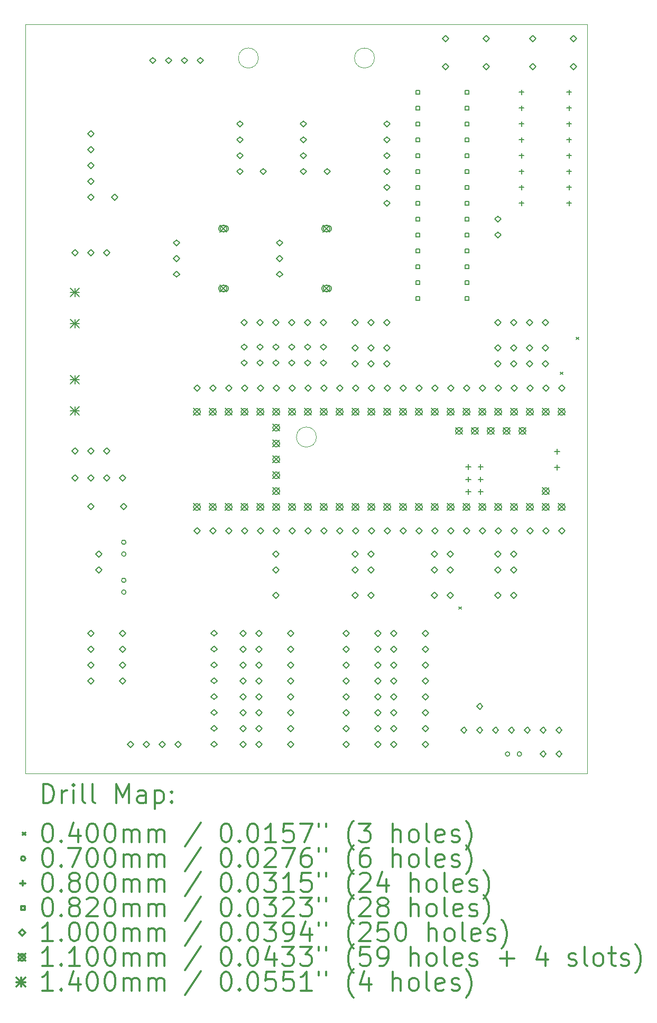
<source format=gbr>
%FSLAX45Y45*%
G04 Gerber Fmt 4.5, Leading zero omitted, Abs format (unit mm)*
G04 Created by KiCad (PCBNEW (5.1.10)-1) date 2024-11-06 19:54:41*
%MOMM*%
%LPD*%
G01*
G04 APERTURE LIST*
%TA.AperFunction,Profile*%
%ADD10C,0.050000*%
%TD*%
%ADD11C,0.200000*%
%ADD12C,0.300000*%
G04 APERTURE END LIST*
D10*
X4660000Y-6610000D02*
G75*
G03*
X4660000Y-6610000I-160000J0D01*
G01*
X5590000Y-540000D02*
G75*
G03*
X5590000Y-540000I-160000J0D01*
G01*
X3730000Y-540000D02*
G75*
G03*
X3730000Y-540000I-160000J0D01*
G01*
X9000000Y0D02*
X9000000Y-12000000D01*
X0Y-12000000D02*
X0Y0D01*
X9000000Y-12000000D02*
X0Y-12000000D01*
X0Y0D02*
X9000000Y0D01*
D11*
X6939600Y-9327200D02*
X6979600Y-9367200D01*
X6979600Y-9327200D02*
X6939600Y-9367200D01*
X8565200Y-5568000D02*
X8605200Y-5608000D01*
X8605200Y-5568000D02*
X8565200Y-5608000D01*
X8819200Y-5009200D02*
X8859200Y-5049200D01*
X8859200Y-5009200D02*
X8819200Y-5049200D01*
X1609800Y-8293600D02*
G75*
G03*
X1609800Y-8293600I-35000J0D01*
G01*
X1609800Y-8483600D02*
G75*
G03*
X1609800Y-8483600I-35000J0D01*
G01*
X1609800Y-8903200D02*
G75*
G03*
X1609800Y-8903200I-35000J0D01*
G01*
X1609800Y-9093200D02*
G75*
G03*
X1609800Y-9093200I-35000J0D01*
G01*
X7756000Y-11686000D02*
G75*
G03*
X7756000Y-11686000I-35000J0D01*
G01*
X7946000Y-11686000D02*
G75*
G03*
X7946000Y-11686000I-35000J0D01*
G01*
X7092000Y-7046160D02*
X7092000Y-7126160D01*
X7052000Y-7086160D02*
X7132000Y-7086160D01*
X7092000Y-7246160D02*
X7092000Y-7326160D01*
X7052000Y-7286160D02*
X7132000Y-7286160D01*
X7092000Y-7446160D02*
X7092000Y-7526160D01*
X7052000Y-7486160D02*
X7132000Y-7486160D01*
X7292000Y-7046160D02*
X7292000Y-7126160D01*
X7252000Y-7086160D02*
X7332000Y-7086160D01*
X7292000Y-7246160D02*
X7292000Y-7326160D01*
X7252000Y-7286160D02*
X7332000Y-7286160D01*
X7292000Y-7446160D02*
X7292000Y-7526160D01*
X7252000Y-7486160D02*
X7332000Y-7486160D01*
X7946000Y-1048000D02*
X7946000Y-1128000D01*
X7906000Y-1088000D02*
X7986000Y-1088000D01*
X7946000Y-1302000D02*
X7946000Y-1382000D01*
X7906000Y-1342000D02*
X7986000Y-1342000D01*
X7946000Y-1556000D02*
X7946000Y-1636000D01*
X7906000Y-1596000D02*
X7986000Y-1596000D01*
X7946000Y-1810000D02*
X7946000Y-1890000D01*
X7906000Y-1850000D02*
X7986000Y-1850000D01*
X7946000Y-2064000D02*
X7946000Y-2144000D01*
X7906000Y-2104000D02*
X7986000Y-2104000D01*
X7946000Y-2318000D02*
X7946000Y-2398000D01*
X7906000Y-2358000D02*
X7986000Y-2358000D01*
X7946000Y-2572000D02*
X7946000Y-2652000D01*
X7906000Y-2612000D02*
X7986000Y-2612000D01*
X7946000Y-2826000D02*
X7946000Y-2906000D01*
X7906000Y-2866000D02*
X7986000Y-2866000D01*
X8516000Y-6801000D02*
X8516000Y-6881000D01*
X8476000Y-6841000D02*
X8556000Y-6841000D01*
X8516000Y-7055000D02*
X8516000Y-7135000D01*
X8476000Y-7095000D02*
X8556000Y-7095000D01*
X8708000Y-1048000D02*
X8708000Y-1128000D01*
X8668000Y-1088000D02*
X8748000Y-1088000D01*
X8708000Y-1302000D02*
X8708000Y-1382000D01*
X8668000Y-1342000D02*
X8748000Y-1342000D01*
X8708000Y-1556000D02*
X8708000Y-1636000D01*
X8668000Y-1596000D02*
X8748000Y-1596000D01*
X8708000Y-1810000D02*
X8708000Y-1890000D01*
X8668000Y-1850000D02*
X8748000Y-1850000D01*
X8708000Y-2064000D02*
X8708000Y-2144000D01*
X8668000Y-2104000D02*
X8748000Y-2104000D01*
X8708000Y-2318000D02*
X8708000Y-2398000D01*
X8668000Y-2358000D02*
X8748000Y-2358000D01*
X8708000Y-2572000D02*
X8708000Y-2652000D01*
X8668000Y-2612000D02*
X8748000Y-2612000D01*
X8708000Y-2826000D02*
X8708000Y-2906000D01*
X8668000Y-2866000D02*
X8748000Y-2866000D01*
X6311492Y-1116992D02*
X6311492Y-1059008D01*
X6253508Y-1059008D01*
X6253508Y-1116992D01*
X6311492Y-1116992D01*
X6311492Y-1370992D02*
X6311492Y-1313008D01*
X6253508Y-1313008D01*
X6253508Y-1370992D01*
X6311492Y-1370992D01*
X6311492Y-1624992D02*
X6311492Y-1567008D01*
X6253508Y-1567008D01*
X6253508Y-1624992D01*
X6311492Y-1624992D01*
X6311492Y-1878992D02*
X6311492Y-1821008D01*
X6253508Y-1821008D01*
X6253508Y-1878992D01*
X6311492Y-1878992D01*
X6311492Y-2132992D02*
X6311492Y-2075008D01*
X6253508Y-2075008D01*
X6253508Y-2132992D01*
X6311492Y-2132992D01*
X6311492Y-2386992D02*
X6311492Y-2329008D01*
X6253508Y-2329008D01*
X6253508Y-2386992D01*
X6311492Y-2386992D01*
X6311492Y-2640992D02*
X6311492Y-2583008D01*
X6253508Y-2583008D01*
X6253508Y-2640992D01*
X6311492Y-2640992D01*
X6311492Y-2894992D02*
X6311492Y-2837008D01*
X6253508Y-2837008D01*
X6253508Y-2894992D01*
X6311492Y-2894992D01*
X6311492Y-3148992D02*
X6311492Y-3091008D01*
X6253508Y-3091008D01*
X6253508Y-3148992D01*
X6311492Y-3148992D01*
X6311492Y-3402992D02*
X6311492Y-3345008D01*
X6253508Y-3345008D01*
X6253508Y-3402992D01*
X6311492Y-3402992D01*
X6311492Y-3656992D02*
X6311492Y-3599008D01*
X6253508Y-3599008D01*
X6253508Y-3656992D01*
X6311492Y-3656992D01*
X6311492Y-3910992D02*
X6311492Y-3853008D01*
X6253508Y-3853008D01*
X6253508Y-3910992D01*
X6311492Y-3910992D01*
X6311492Y-4164992D02*
X6311492Y-4107008D01*
X6253508Y-4107008D01*
X6253508Y-4164992D01*
X6311492Y-4164992D01*
X6311492Y-4418992D02*
X6311492Y-4361008D01*
X6253508Y-4361008D01*
X6253508Y-4418992D01*
X6311492Y-4418992D01*
X7098492Y-1116992D02*
X7098492Y-1059008D01*
X7040508Y-1059008D01*
X7040508Y-1116992D01*
X7098492Y-1116992D01*
X7098492Y-1370992D02*
X7098492Y-1313008D01*
X7040508Y-1313008D01*
X7040508Y-1370992D01*
X7098492Y-1370992D01*
X7098492Y-1624992D02*
X7098492Y-1567008D01*
X7040508Y-1567008D01*
X7040508Y-1624992D01*
X7098492Y-1624992D01*
X7098492Y-1878992D02*
X7098492Y-1821008D01*
X7040508Y-1821008D01*
X7040508Y-1878992D01*
X7098492Y-1878992D01*
X7098492Y-2132992D02*
X7098492Y-2075008D01*
X7040508Y-2075008D01*
X7040508Y-2132992D01*
X7098492Y-2132992D01*
X7098492Y-2386992D02*
X7098492Y-2329008D01*
X7040508Y-2329008D01*
X7040508Y-2386992D01*
X7098492Y-2386992D01*
X7098492Y-2640992D02*
X7098492Y-2583008D01*
X7040508Y-2583008D01*
X7040508Y-2640992D01*
X7098492Y-2640992D01*
X7098492Y-2894992D02*
X7098492Y-2837008D01*
X7040508Y-2837008D01*
X7040508Y-2894992D01*
X7098492Y-2894992D01*
X7098492Y-3148992D02*
X7098492Y-3091008D01*
X7040508Y-3091008D01*
X7040508Y-3148992D01*
X7098492Y-3148992D01*
X7098492Y-3402992D02*
X7098492Y-3345008D01*
X7040508Y-3345008D01*
X7040508Y-3402992D01*
X7098492Y-3402992D01*
X7098492Y-3656992D02*
X7098492Y-3599008D01*
X7040508Y-3599008D01*
X7040508Y-3656992D01*
X7098492Y-3656992D01*
X7098492Y-3910992D02*
X7098492Y-3853008D01*
X7040508Y-3853008D01*
X7040508Y-3910992D01*
X7098492Y-3910992D01*
X7098492Y-4164992D02*
X7098492Y-4107008D01*
X7040508Y-4107008D01*
X7040508Y-4164992D01*
X7098492Y-4164992D01*
X7098492Y-4418992D02*
X7098492Y-4361008D01*
X7040508Y-4361008D01*
X7040508Y-4418992D01*
X7098492Y-4418992D01*
X791000Y-3708000D02*
X841000Y-3658000D01*
X791000Y-3608000D01*
X741000Y-3658000D01*
X791000Y-3708000D01*
X791000Y-6883000D02*
X841000Y-6833000D01*
X791000Y-6783000D01*
X741000Y-6833000D01*
X791000Y-6883000D01*
X791000Y-7314400D02*
X841000Y-7264400D01*
X791000Y-7214400D01*
X741000Y-7264400D01*
X791000Y-7314400D01*
X1045000Y-1803000D02*
X1095000Y-1753000D01*
X1045000Y-1703000D01*
X995000Y-1753000D01*
X1045000Y-1803000D01*
X1045000Y-2057000D02*
X1095000Y-2007000D01*
X1045000Y-1957000D01*
X995000Y-2007000D01*
X1045000Y-2057000D01*
X1045000Y-2311000D02*
X1095000Y-2261000D01*
X1045000Y-2211000D01*
X995000Y-2261000D01*
X1045000Y-2311000D01*
X1045000Y-2565000D02*
X1095000Y-2515000D01*
X1045000Y-2465000D01*
X995000Y-2515000D01*
X1045000Y-2565000D01*
X1045000Y-2819000D02*
X1095000Y-2769000D01*
X1045000Y-2719000D01*
X995000Y-2769000D01*
X1045000Y-2819000D01*
X1045000Y-3708000D02*
X1095000Y-3658000D01*
X1045000Y-3608000D01*
X995000Y-3658000D01*
X1045000Y-3708000D01*
X1045000Y-6883000D02*
X1095000Y-6833000D01*
X1045000Y-6783000D01*
X995000Y-6833000D01*
X1045000Y-6883000D01*
X1045000Y-7314400D02*
X1095000Y-7264400D01*
X1045000Y-7214400D01*
X995000Y-7264400D01*
X1045000Y-7314400D01*
X1045000Y-7772000D02*
X1095000Y-7722000D01*
X1045000Y-7672000D01*
X995000Y-7722000D01*
X1045000Y-7772000D01*
X1045000Y-9804000D02*
X1095000Y-9754000D01*
X1045000Y-9704000D01*
X995000Y-9754000D01*
X1045000Y-9804000D01*
X1045000Y-10058000D02*
X1095000Y-10008000D01*
X1045000Y-9958000D01*
X995000Y-10008000D01*
X1045000Y-10058000D01*
X1045000Y-10312000D02*
X1095000Y-10262000D01*
X1045000Y-10212000D01*
X995000Y-10262000D01*
X1045000Y-10312000D01*
X1045000Y-10566000D02*
X1095000Y-10516000D01*
X1045000Y-10466000D01*
X995000Y-10516000D01*
X1045000Y-10566000D01*
X1172000Y-8534000D02*
X1222000Y-8484000D01*
X1172000Y-8434000D01*
X1122000Y-8484000D01*
X1172000Y-8534000D01*
X1172000Y-8788000D02*
X1222000Y-8738000D01*
X1172000Y-8688000D01*
X1122000Y-8738000D01*
X1172000Y-8788000D01*
X1299000Y-3708000D02*
X1349000Y-3658000D01*
X1299000Y-3608000D01*
X1249000Y-3658000D01*
X1299000Y-3708000D01*
X1299000Y-6883000D02*
X1349000Y-6833000D01*
X1299000Y-6783000D01*
X1249000Y-6833000D01*
X1299000Y-6883000D01*
X1299000Y-7314400D02*
X1349000Y-7264400D01*
X1299000Y-7214400D01*
X1249000Y-7264400D01*
X1299000Y-7314400D01*
X1426000Y-2819000D02*
X1476000Y-2769000D01*
X1426000Y-2719000D01*
X1376000Y-2769000D01*
X1426000Y-2819000D01*
X1553000Y-7314400D02*
X1603000Y-7264400D01*
X1553000Y-7214400D01*
X1503000Y-7264400D01*
X1553000Y-7314400D01*
X1553000Y-9804000D02*
X1603000Y-9754000D01*
X1553000Y-9704000D01*
X1503000Y-9754000D01*
X1553000Y-9804000D01*
X1553000Y-10058000D02*
X1603000Y-10008000D01*
X1553000Y-9958000D01*
X1503000Y-10008000D01*
X1553000Y-10058000D01*
X1553000Y-10312000D02*
X1603000Y-10262000D01*
X1553000Y-10212000D01*
X1503000Y-10262000D01*
X1553000Y-10312000D01*
X1553000Y-10566000D02*
X1603000Y-10516000D01*
X1553000Y-10466000D01*
X1503000Y-10516000D01*
X1553000Y-10566000D01*
X1574800Y-7771600D02*
X1624800Y-7721600D01*
X1574800Y-7671600D01*
X1524800Y-7721600D01*
X1574800Y-7771600D01*
X1680000Y-11582000D02*
X1730000Y-11532000D01*
X1680000Y-11482000D01*
X1630000Y-11532000D01*
X1680000Y-11582000D01*
X1934000Y-11582000D02*
X1984000Y-11532000D01*
X1934000Y-11482000D01*
X1884000Y-11532000D01*
X1934000Y-11582000D01*
X2042000Y-630000D02*
X2092000Y-580000D01*
X2042000Y-530000D01*
X1992000Y-580000D01*
X2042000Y-630000D01*
X2188000Y-11582000D02*
X2238000Y-11532000D01*
X2188000Y-11482000D01*
X2138000Y-11532000D01*
X2188000Y-11582000D01*
X2296000Y-630000D02*
X2346000Y-580000D01*
X2296000Y-530000D01*
X2246000Y-580000D01*
X2296000Y-630000D01*
X2423000Y-3551000D02*
X2473000Y-3501000D01*
X2423000Y-3451000D01*
X2373000Y-3501000D01*
X2423000Y-3551000D01*
X2423000Y-3801000D02*
X2473000Y-3751000D01*
X2423000Y-3701000D01*
X2373000Y-3751000D01*
X2423000Y-3801000D01*
X2423000Y-4051000D02*
X2473000Y-4001000D01*
X2423000Y-3951000D01*
X2373000Y-4001000D01*
X2423000Y-4051000D01*
X2442000Y-11582000D02*
X2492000Y-11532000D01*
X2442000Y-11482000D01*
X2392000Y-11532000D01*
X2442000Y-11582000D01*
X2550000Y-630000D02*
X2600000Y-580000D01*
X2550000Y-530000D01*
X2500000Y-580000D01*
X2550000Y-630000D01*
X2747000Y-5875000D02*
X2797000Y-5825000D01*
X2747000Y-5775000D01*
X2697000Y-5825000D01*
X2747000Y-5875000D01*
X2747000Y-8161000D02*
X2797000Y-8111000D01*
X2747000Y-8061000D01*
X2697000Y-8111000D01*
X2747000Y-8161000D01*
X2804000Y-630000D02*
X2854000Y-580000D01*
X2804000Y-530000D01*
X2754000Y-580000D01*
X2804000Y-630000D01*
X3001000Y-5875000D02*
X3051000Y-5825000D01*
X3001000Y-5775000D01*
X2951000Y-5825000D01*
X3001000Y-5875000D01*
X3001000Y-8161000D02*
X3051000Y-8111000D01*
X3001000Y-8061000D01*
X2951000Y-8111000D01*
X3001000Y-8161000D01*
X3020000Y-9800000D02*
X3070000Y-9750000D01*
X3020000Y-9700000D01*
X2970000Y-9750000D01*
X3020000Y-9800000D01*
X3020000Y-10054000D02*
X3070000Y-10004000D01*
X3020000Y-9954000D01*
X2970000Y-10004000D01*
X3020000Y-10054000D01*
X3020000Y-10308000D02*
X3070000Y-10258000D01*
X3020000Y-10208000D01*
X2970000Y-10258000D01*
X3020000Y-10308000D01*
X3020000Y-10562000D02*
X3070000Y-10512000D01*
X3020000Y-10462000D01*
X2970000Y-10512000D01*
X3020000Y-10562000D01*
X3020000Y-10816000D02*
X3070000Y-10766000D01*
X3020000Y-10716000D01*
X2970000Y-10766000D01*
X3020000Y-10816000D01*
X3020000Y-11070000D02*
X3070000Y-11020000D01*
X3020000Y-10970000D01*
X2970000Y-11020000D01*
X3020000Y-11070000D01*
X3020000Y-11324000D02*
X3070000Y-11274000D01*
X3020000Y-11224000D01*
X2970000Y-11274000D01*
X3020000Y-11324000D01*
X3020000Y-11578000D02*
X3070000Y-11528000D01*
X3020000Y-11478000D01*
X2970000Y-11528000D01*
X3020000Y-11578000D01*
X3255000Y-5875000D02*
X3305000Y-5825000D01*
X3255000Y-5775000D01*
X3205000Y-5825000D01*
X3255000Y-5875000D01*
X3255000Y-8161000D02*
X3305000Y-8111000D01*
X3255000Y-8061000D01*
X3205000Y-8111000D01*
X3255000Y-8161000D01*
X3439000Y-1646000D02*
X3489000Y-1596000D01*
X3439000Y-1546000D01*
X3389000Y-1596000D01*
X3439000Y-1646000D01*
X3439000Y-1900000D02*
X3489000Y-1850000D01*
X3439000Y-1800000D01*
X3389000Y-1850000D01*
X3439000Y-1900000D01*
X3439000Y-2154000D02*
X3489000Y-2104000D01*
X3439000Y-2054000D01*
X3389000Y-2104000D01*
X3439000Y-2154000D01*
X3439000Y-2408000D02*
X3489000Y-2358000D01*
X3439000Y-2308000D01*
X3389000Y-2358000D01*
X3439000Y-2408000D01*
X3485000Y-9804000D02*
X3535000Y-9754000D01*
X3485000Y-9704000D01*
X3435000Y-9754000D01*
X3485000Y-9804000D01*
X3485000Y-10058000D02*
X3535000Y-10008000D01*
X3485000Y-9958000D01*
X3435000Y-10008000D01*
X3485000Y-10058000D01*
X3485000Y-10312000D02*
X3535000Y-10262000D01*
X3485000Y-10212000D01*
X3435000Y-10262000D01*
X3485000Y-10312000D01*
X3485000Y-10566000D02*
X3535000Y-10516000D01*
X3485000Y-10466000D01*
X3435000Y-10516000D01*
X3485000Y-10566000D01*
X3485000Y-10820000D02*
X3535000Y-10770000D01*
X3485000Y-10720000D01*
X3435000Y-10770000D01*
X3485000Y-10820000D01*
X3485000Y-11074000D02*
X3535000Y-11024000D01*
X3485000Y-10974000D01*
X3435000Y-11024000D01*
X3485000Y-11074000D01*
X3485000Y-11328000D02*
X3535000Y-11278000D01*
X3485000Y-11228000D01*
X3435000Y-11278000D01*
X3485000Y-11328000D01*
X3485000Y-11582000D02*
X3535000Y-11532000D01*
X3485000Y-11482000D01*
X3435000Y-11532000D01*
X3485000Y-11582000D01*
X3505200Y-4825200D02*
X3555200Y-4775200D01*
X3505200Y-4725200D01*
X3455200Y-4775200D01*
X3505200Y-4825200D01*
X3505200Y-5218900D02*
X3555200Y-5168900D01*
X3505200Y-5118900D01*
X3455200Y-5168900D01*
X3505200Y-5218900D01*
X3505200Y-5472900D02*
X3555200Y-5422900D01*
X3505200Y-5372900D01*
X3455200Y-5422900D01*
X3505200Y-5472900D01*
X3509000Y-5875000D02*
X3559000Y-5825000D01*
X3509000Y-5775000D01*
X3459000Y-5825000D01*
X3509000Y-5875000D01*
X3509000Y-8161000D02*
X3559000Y-8111000D01*
X3509000Y-8061000D01*
X3459000Y-8111000D01*
X3509000Y-8161000D01*
X3739000Y-9804000D02*
X3789000Y-9754000D01*
X3739000Y-9704000D01*
X3689000Y-9754000D01*
X3739000Y-9804000D01*
X3739000Y-10058000D02*
X3789000Y-10008000D01*
X3739000Y-9958000D01*
X3689000Y-10008000D01*
X3739000Y-10058000D01*
X3739000Y-10312000D02*
X3789000Y-10262000D01*
X3739000Y-10212000D01*
X3689000Y-10262000D01*
X3739000Y-10312000D01*
X3739000Y-10566000D02*
X3789000Y-10516000D01*
X3739000Y-10466000D01*
X3689000Y-10516000D01*
X3739000Y-10566000D01*
X3739000Y-10820000D02*
X3789000Y-10770000D01*
X3739000Y-10720000D01*
X3689000Y-10770000D01*
X3739000Y-10820000D01*
X3739000Y-11074000D02*
X3789000Y-11024000D01*
X3739000Y-10974000D01*
X3689000Y-11024000D01*
X3739000Y-11074000D01*
X3739000Y-11328000D02*
X3789000Y-11278000D01*
X3739000Y-11228000D01*
X3689000Y-11278000D01*
X3739000Y-11328000D01*
X3739000Y-11582000D02*
X3789000Y-11532000D01*
X3739000Y-11482000D01*
X3689000Y-11532000D01*
X3739000Y-11582000D01*
X3759200Y-4825200D02*
X3809200Y-4775200D01*
X3759200Y-4725200D01*
X3709200Y-4775200D01*
X3759200Y-4825200D01*
X3759200Y-5218900D02*
X3809200Y-5168900D01*
X3759200Y-5118900D01*
X3709200Y-5168900D01*
X3759200Y-5218900D01*
X3759200Y-5472900D02*
X3809200Y-5422900D01*
X3759200Y-5372900D01*
X3709200Y-5422900D01*
X3759200Y-5472900D01*
X3763000Y-5875000D02*
X3813000Y-5825000D01*
X3763000Y-5775000D01*
X3713000Y-5825000D01*
X3763000Y-5875000D01*
X3763000Y-8161000D02*
X3813000Y-8111000D01*
X3763000Y-8061000D01*
X3713000Y-8111000D01*
X3763000Y-8161000D01*
X3810000Y-2408000D02*
X3860000Y-2358000D01*
X3810000Y-2308000D01*
X3760000Y-2358000D01*
X3810000Y-2408000D01*
X4013200Y-4825200D02*
X4063200Y-4775200D01*
X4013200Y-4725200D01*
X3963200Y-4775200D01*
X4013200Y-4825200D01*
X4013200Y-5218900D02*
X4063200Y-5168900D01*
X4013200Y-5118900D01*
X3963200Y-5168900D01*
X4013200Y-5218900D01*
X4013200Y-5472900D02*
X4063200Y-5422900D01*
X4013200Y-5372900D01*
X3963200Y-5422900D01*
X4013200Y-5472900D01*
X4013200Y-8533600D02*
X4063200Y-8483600D01*
X4013200Y-8433600D01*
X3963200Y-8483600D01*
X4013200Y-8533600D01*
X4013200Y-8787600D02*
X4063200Y-8737600D01*
X4013200Y-8687600D01*
X3963200Y-8737600D01*
X4013200Y-8787600D01*
X4013200Y-9194000D02*
X4063200Y-9144000D01*
X4013200Y-9094000D01*
X3963200Y-9144000D01*
X4013200Y-9194000D01*
X4017000Y-5875000D02*
X4067000Y-5825000D01*
X4017000Y-5775000D01*
X3967000Y-5825000D01*
X4017000Y-5875000D01*
X4017000Y-8161000D02*
X4067000Y-8111000D01*
X4017000Y-8061000D01*
X3967000Y-8111000D01*
X4017000Y-8161000D01*
X4074000Y-3551000D02*
X4124000Y-3501000D01*
X4074000Y-3451000D01*
X4024000Y-3501000D01*
X4074000Y-3551000D01*
X4074000Y-3801000D02*
X4124000Y-3751000D01*
X4074000Y-3701000D01*
X4024000Y-3751000D01*
X4074000Y-3801000D01*
X4074000Y-4051000D02*
X4124000Y-4001000D01*
X4074000Y-3951000D01*
X4024000Y-4001000D01*
X4074000Y-4051000D01*
X4247000Y-9804000D02*
X4297000Y-9754000D01*
X4247000Y-9704000D01*
X4197000Y-9754000D01*
X4247000Y-9804000D01*
X4247000Y-10058000D02*
X4297000Y-10008000D01*
X4247000Y-9958000D01*
X4197000Y-10008000D01*
X4247000Y-10058000D01*
X4247000Y-10312000D02*
X4297000Y-10262000D01*
X4247000Y-10212000D01*
X4197000Y-10262000D01*
X4247000Y-10312000D01*
X4247000Y-10566000D02*
X4297000Y-10516000D01*
X4247000Y-10466000D01*
X4197000Y-10516000D01*
X4247000Y-10566000D01*
X4247000Y-10820000D02*
X4297000Y-10770000D01*
X4247000Y-10720000D01*
X4197000Y-10770000D01*
X4247000Y-10820000D01*
X4247000Y-11074000D02*
X4297000Y-11024000D01*
X4247000Y-10974000D01*
X4197000Y-11024000D01*
X4247000Y-11074000D01*
X4247000Y-11328000D02*
X4297000Y-11278000D01*
X4247000Y-11228000D01*
X4197000Y-11278000D01*
X4247000Y-11328000D01*
X4247000Y-11582000D02*
X4297000Y-11532000D01*
X4247000Y-11482000D01*
X4197000Y-11532000D01*
X4247000Y-11582000D01*
X4267200Y-4825200D02*
X4317200Y-4775200D01*
X4267200Y-4725200D01*
X4217200Y-4775200D01*
X4267200Y-4825200D01*
X4267200Y-5218900D02*
X4317200Y-5168900D01*
X4267200Y-5118900D01*
X4217200Y-5168900D01*
X4267200Y-5218900D01*
X4267200Y-5472900D02*
X4317200Y-5422900D01*
X4267200Y-5372900D01*
X4217200Y-5422900D01*
X4267200Y-5472900D01*
X4271000Y-5875000D02*
X4321000Y-5825000D01*
X4271000Y-5775000D01*
X4221000Y-5825000D01*
X4271000Y-5875000D01*
X4271000Y-8161000D02*
X4321000Y-8111000D01*
X4271000Y-8061000D01*
X4221000Y-8111000D01*
X4271000Y-8161000D01*
X4455000Y-1646000D02*
X4505000Y-1596000D01*
X4455000Y-1546000D01*
X4405000Y-1596000D01*
X4455000Y-1646000D01*
X4455000Y-1900000D02*
X4505000Y-1850000D01*
X4455000Y-1800000D01*
X4405000Y-1850000D01*
X4455000Y-1900000D01*
X4455000Y-2154000D02*
X4505000Y-2104000D01*
X4455000Y-2054000D01*
X4405000Y-2104000D01*
X4455000Y-2154000D01*
X4455000Y-2408000D02*
X4505000Y-2358000D01*
X4455000Y-2308000D01*
X4405000Y-2358000D01*
X4455000Y-2408000D01*
X4521200Y-4825200D02*
X4571200Y-4775200D01*
X4521200Y-4725200D01*
X4471200Y-4775200D01*
X4521200Y-4825200D01*
X4521200Y-5218900D02*
X4571200Y-5168900D01*
X4521200Y-5118900D01*
X4471200Y-5168900D01*
X4521200Y-5218900D01*
X4521200Y-5472900D02*
X4571200Y-5422900D01*
X4521200Y-5372900D01*
X4471200Y-5422900D01*
X4521200Y-5472900D01*
X4525000Y-5875000D02*
X4575000Y-5825000D01*
X4525000Y-5775000D01*
X4475000Y-5825000D01*
X4525000Y-5875000D01*
X4525000Y-8161000D02*
X4575000Y-8111000D01*
X4525000Y-8061000D01*
X4475000Y-8111000D01*
X4525000Y-8161000D01*
X4775200Y-4825200D02*
X4825200Y-4775200D01*
X4775200Y-4725200D01*
X4725200Y-4775200D01*
X4775200Y-4825200D01*
X4775200Y-5218900D02*
X4825200Y-5168900D01*
X4775200Y-5118900D01*
X4725200Y-5168900D01*
X4775200Y-5218900D01*
X4775200Y-5472900D02*
X4825200Y-5422900D01*
X4775200Y-5372900D01*
X4725200Y-5422900D01*
X4775200Y-5472900D01*
X4779000Y-5875000D02*
X4829000Y-5825000D01*
X4779000Y-5775000D01*
X4729000Y-5825000D01*
X4779000Y-5875000D01*
X4779000Y-8161000D02*
X4829000Y-8111000D01*
X4779000Y-8061000D01*
X4729000Y-8111000D01*
X4779000Y-8161000D01*
X4836000Y-2408000D02*
X4886000Y-2358000D01*
X4836000Y-2308000D01*
X4786000Y-2358000D01*
X4836000Y-2408000D01*
X5033000Y-5875000D02*
X5083000Y-5825000D01*
X5033000Y-5775000D01*
X4983000Y-5825000D01*
X5033000Y-5875000D01*
X5033000Y-8161000D02*
X5083000Y-8111000D01*
X5033000Y-8061000D01*
X4983000Y-8111000D01*
X5033000Y-8161000D01*
X5136000Y-9804000D02*
X5186000Y-9754000D01*
X5136000Y-9704000D01*
X5086000Y-9754000D01*
X5136000Y-9804000D01*
X5136000Y-10058000D02*
X5186000Y-10008000D01*
X5136000Y-9958000D01*
X5086000Y-10008000D01*
X5136000Y-10058000D01*
X5136000Y-10312000D02*
X5186000Y-10262000D01*
X5136000Y-10212000D01*
X5086000Y-10262000D01*
X5136000Y-10312000D01*
X5136000Y-10566000D02*
X5186000Y-10516000D01*
X5136000Y-10466000D01*
X5086000Y-10516000D01*
X5136000Y-10566000D01*
X5136000Y-10820000D02*
X5186000Y-10770000D01*
X5136000Y-10720000D01*
X5086000Y-10770000D01*
X5136000Y-10820000D01*
X5136000Y-11074000D02*
X5186000Y-11024000D01*
X5136000Y-10974000D01*
X5086000Y-11024000D01*
X5136000Y-11074000D01*
X5136000Y-11328000D02*
X5186000Y-11278000D01*
X5136000Y-11228000D01*
X5086000Y-11278000D01*
X5136000Y-11328000D01*
X5136000Y-11582000D02*
X5186000Y-11532000D01*
X5136000Y-11482000D01*
X5086000Y-11532000D01*
X5136000Y-11582000D01*
X5283200Y-4825200D02*
X5333200Y-4775200D01*
X5283200Y-4725200D01*
X5233200Y-4775200D01*
X5283200Y-4825200D01*
X5283200Y-5231600D02*
X5333200Y-5181600D01*
X5283200Y-5131600D01*
X5233200Y-5181600D01*
X5283200Y-5231600D01*
X5283200Y-5485600D02*
X5333200Y-5435600D01*
X5283200Y-5385600D01*
X5233200Y-5435600D01*
X5283200Y-5485600D01*
X5283200Y-8533600D02*
X5333200Y-8483600D01*
X5283200Y-8433600D01*
X5233200Y-8483600D01*
X5283200Y-8533600D01*
X5283200Y-8787600D02*
X5333200Y-8737600D01*
X5283200Y-8687600D01*
X5233200Y-8737600D01*
X5283200Y-8787600D01*
X5283200Y-9194000D02*
X5333200Y-9144000D01*
X5283200Y-9094000D01*
X5233200Y-9144000D01*
X5283200Y-9194000D01*
X5287000Y-5875000D02*
X5337000Y-5825000D01*
X5287000Y-5775000D01*
X5237000Y-5825000D01*
X5287000Y-5875000D01*
X5287000Y-8161000D02*
X5337000Y-8111000D01*
X5287000Y-8061000D01*
X5237000Y-8111000D01*
X5287000Y-8161000D01*
X5537200Y-4825200D02*
X5587200Y-4775200D01*
X5537200Y-4725200D01*
X5487200Y-4775200D01*
X5537200Y-4825200D01*
X5537200Y-5231600D02*
X5587200Y-5181600D01*
X5537200Y-5131600D01*
X5487200Y-5181600D01*
X5537200Y-5231600D01*
X5537200Y-5485600D02*
X5587200Y-5435600D01*
X5537200Y-5385600D01*
X5487200Y-5435600D01*
X5537200Y-5485600D01*
X5537200Y-8533600D02*
X5587200Y-8483600D01*
X5537200Y-8433600D01*
X5487200Y-8483600D01*
X5537200Y-8533600D01*
X5537200Y-8787600D02*
X5587200Y-8737600D01*
X5537200Y-8687600D01*
X5487200Y-8737600D01*
X5537200Y-8787600D01*
X5537200Y-9194000D02*
X5587200Y-9144000D01*
X5537200Y-9094000D01*
X5487200Y-9144000D01*
X5537200Y-9194000D01*
X5541000Y-5875000D02*
X5591000Y-5825000D01*
X5541000Y-5775000D01*
X5491000Y-5825000D01*
X5541000Y-5875000D01*
X5541000Y-8161000D02*
X5591000Y-8111000D01*
X5541000Y-8061000D01*
X5491000Y-8111000D01*
X5541000Y-8161000D01*
X5644000Y-9804000D02*
X5694000Y-9754000D01*
X5644000Y-9704000D01*
X5594000Y-9754000D01*
X5644000Y-9804000D01*
X5644000Y-10058000D02*
X5694000Y-10008000D01*
X5644000Y-9958000D01*
X5594000Y-10008000D01*
X5644000Y-10058000D01*
X5644000Y-10312000D02*
X5694000Y-10262000D01*
X5644000Y-10212000D01*
X5594000Y-10262000D01*
X5644000Y-10312000D01*
X5644000Y-10566000D02*
X5694000Y-10516000D01*
X5644000Y-10466000D01*
X5594000Y-10516000D01*
X5644000Y-10566000D01*
X5644000Y-10820000D02*
X5694000Y-10770000D01*
X5644000Y-10720000D01*
X5594000Y-10770000D01*
X5644000Y-10820000D01*
X5644000Y-11074000D02*
X5694000Y-11024000D01*
X5644000Y-10974000D01*
X5594000Y-11024000D01*
X5644000Y-11074000D01*
X5644000Y-11328000D02*
X5694000Y-11278000D01*
X5644000Y-11228000D01*
X5594000Y-11278000D01*
X5644000Y-11328000D01*
X5644000Y-11582000D02*
X5694000Y-11532000D01*
X5644000Y-11482000D01*
X5594000Y-11532000D01*
X5644000Y-11582000D01*
X5787000Y-1646000D02*
X5837000Y-1596000D01*
X5787000Y-1546000D01*
X5737000Y-1596000D01*
X5787000Y-1646000D01*
X5787000Y-1900000D02*
X5837000Y-1850000D01*
X5787000Y-1800000D01*
X5737000Y-1850000D01*
X5787000Y-1900000D01*
X5787000Y-2154000D02*
X5837000Y-2104000D01*
X5787000Y-2054000D01*
X5737000Y-2104000D01*
X5787000Y-2154000D01*
X5787000Y-2408000D02*
X5837000Y-2358000D01*
X5787000Y-2308000D01*
X5737000Y-2358000D01*
X5787000Y-2408000D01*
X5787000Y-2662000D02*
X5837000Y-2612000D01*
X5787000Y-2562000D01*
X5737000Y-2612000D01*
X5787000Y-2662000D01*
X5787000Y-2916000D02*
X5837000Y-2866000D01*
X5787000Y-2816000D01*
X5737000Y-2866000D01*
X5787000Y-2916000D01*
X5791200Y-4825200D02*
X5841200Y-4775200D01*
X5791200Y-4725200D01*
X5741200Y-4775200D01*
X5791200Y-4825200D01*
X5791200Y-5231600D02*
X5841200Y-5181600D01*
X5791200Y-5131600D01*
X5741200Y-5181600D01*
X5791200Y-5231600D01*
X5791200Y-5485600D02*
X5841200Y-5435600D01*
X5791200Y-5385600D01*
X5741200Y-5435600D01*
X5791200Y-5485600D01*
X5795000Y-5875000D02*
X5845000Y-5825000D01*
X5795000Y-5775000D01*
X5745000Y-5825000D01*
X5795000Y-5875000D01*
X5795000Y-8161000D02*
X5845000Y-8111000D01*
X5795000Y-8061000D01*
X5745000Y-8111000D01*
X5795000Y-8161000D01*
X5898000Y-9804000D02*
X5948000Y-9754000D01*
X5898000Y-9704000D01*
X5848000Y-9754000D01*
X5898000Y-9804000D01*
X5898000Y-10058000D02*
X5948000Y-10008000D01*
X5898000Y-9958000D01*
X5848000Y-10008000D01*
X5898000Y-10058000D01*
X5898000Y-10312000D02*
X5948000Y-10262000D01*
X5898000Y-10212000D01*
X5848000Y-10262000D01*
X5898000Y-10312000D01*
X5898000Y-10566000D02*
X5948000Y-10516000D01*
X5898000Y-10466000D01*
X5848000Y-10516000D01*
X5898000Y-10566000D01*
X5898000Y-10820000D02*
X5948000Y-10770000D01*
X5898000Y-10720000D01*
X5848000Y-10770000D01*
X5898000Y-10820000D01*
X5898000Y-11074000D02*
X5948000Y-11024000D01*
X5898000Y-10974000D01*
X5848000Y-11024000D01*
X5898000Y-11074000D01*
X5898000Y-11328000D02*
X5948000Y-11278000D01*
X5898000Y-11228000D01*
X5848000Y-11278000D01*
X5898000Y-11328000D01*
X5898000Y-11582000D02*
X5948000Y-11532000D01*
X5898000Y-11482000D01*
X5848000Y-11532000D01*
X5898000Y-11582000D01*
X6049000Y-5875000D02*
X6099000Y-5825000D01*
X6049000Y-5775000D01*
X5999000Y-5825000D01*
X6049000Y-5875000D01*
X6049000Y-8161000D02*
X6099000Y-8111000D01*
X6049000Y-8061000D01*
X5999000Y-8111000D01*
X6049000Y-8161000D01*
X6303000Y-5875000D02*
X6353000Y-5825000D01*
X6303000Y-5775000D01*
X6253000Y-5825000D01*
X6303000Y-5875000D01*
X6303000Y-8161000D02*
X6353000Y-8111000D01*
X6303000Y-8061000D01*
X6253000Y-8111000D01*
X6303000Y-8161000D01*
X6406000Y-9804000D02*
X6456000Y-9754000D01*
X6406000Y-9704000D01*
X6356000Y-9754000D01*
X6406000Y-9804000D01*
X6406000Y-10058000D02*
X6456000Y-10008000D01*
X6406000Y-9958000D01*
X6356000Y-10008000D01*
X6406000Y-10058000D01*
X6406000Y-10312000D02*
X6456000Y-10262000D01*
X6406000Y-10212000D01*
X6356000Y-10262000D01*
X6406000Y-10312000D01*
X6406000Y-10566000D02*
X6456000Y-10516000D01*
X6406000Y-10466000D01*
X6356000Y-10516000D01*
X6406000Y-10566000D01*
X6406000Y-10820000D02*
X6456000Y-10770000D01*
X6406000Y-10720000D01*
X6356000Y-10770000D01*
X6406000Y-10820000D01*
X6406000Y-11074000D02*
X6456000Y-11024000D01*
X6406000Y-10974000D01*
X6356000Y-11024000D01*
X6406000Y-11074000D01*
X6406000Y-11328000D02*
X6456000Y-11278000D01*
X6406000Y-11228000D01*
X6356000Y-11278000D01*
X6406000Y-11328000D01*
X6406000Y-11582000D02*
X6456000Y-11532000D01*
X6406000Y-11482000D01*
X6356000Y-11532000D01*
X6406000Y-11582000D01*
X6553200Y-8533600D02*
X6603200Y-8483600D01*
X6553200Y-8433600D01*
X6503200Y-8483600D01*
X6553200Y-8533600D01*
X6553200Y-8787600D02*
X6603200Y-8737600D01*
X6553200Y-8687600D01*
X6503200Y-8737600D01*
X6553200Y-8787600D01*
X6553200Y-9194000D02*
X6603200Y-9144000D01*
X6553200Y-9094000D01*
X6503200Y-9144000D01*
X6553200Y-9194000D01*
X6557000Y-5875000D02*
X6607000Y-5825000D01*
X6557000Y-5775000D01*
X6507000Y-5825000D01*
X6557000Y-5875000D01*
X6557000Y-8161000D02*
X6607000Y-8111000D01*
X6557000Y-8061000D01*
X6507000Y-8111000D01*
X6557000Y-8161000D01*
X6732000Y-278000D02*
X6782000Y-228000D01*
X6732000Y-178000D01*
X6682000Y-228000D01*
X6732000Y-278000D01*
X6732000Y-728000D02*
X6782000Y-678000D01*
X6732000Y-628000D01*
X6682000Y-678000D01*
X6732000Y-728000D01*
X6807200Y-8533600D02*
X6857200Y-8483600D01*
X6807200Y-8433600D01*
X6757200Y-8483600D01*
X6807200Y-8533600D01*
X6807200Y-8787600D02*
X6857200Y-8737600D01*
X6807200Y-8687600D01*
X6757200Y-8737600D01*
X6807200Y-8787600D01*
X6807200Y-9194000D02*
X6857200Y-9144000D01*
X6807200Y-9094000D01*
X6757200Y-9144000D01*
X6807200Y-9194000D01*
X6811000Y-5875000D02*
X6861000Y-5825000D01*
X6811000Y-5775000D01*
X6761000Y-5825000D01*
X6811000Y-5875000D01*
X6811000Y-8161000D02*
X6861000Y-8111000D01*
X6811000Y-8061000D01*
X6761000Y-8111000D01*
X6811000Y-8161000D01*
X7022000Y-11355000D02*
X7072000Y-11305000D01*
X7022000Y-11255000D01*
X6972000Y-11305000D01*
X7022000Y-11355000D01*
X7065000Y-5875000D02*
X7115000Y-5825000D01*
X7065000Y-5775000D01*
X7015000Y-5825000D01*
X7065000Y-5875000D01*
X7065000Y-8161000D02*
X7115000Y-8111000D01*
X7065000Y-8061000D01*
X7015000Y-8111000D01*
X7065000Y-8161000D01*
X7276000Y-10972000D02*
X7326000Y-10922000D01*
X7276000Y-10872000D01*
X7226000Y-10922000D01*
X7276000Y-10972000D01*
X7276000Y-11355000D02*
X7326000Y-11305000D01*
X7276000Y-11255000D01*
X7226000Y-11305000D01*
X7276000Y-11355000D01*
X7319000Y-5875000D02*
X7369000Y-5825000D01*
X7319000Y-5775000D01*
X7269000Y-5825000D01*
X7319000Y-5875000D01*
X7319000Y-8161000D02*
X7369000Y-8111000D01*
X7319000Y-8061000D01*
X7269000Y-8111000D01*
X7319000Y-8161000D01*
X7382000Y-278000D02*
X7432000Y-228000D01*
X7382000Y-178000D01*
X7332000Y-228000D01*
X7382000Y-278000D01*
X7382000Y-728000D02*
X7432000Y-678000D01*
X7382000Y-628000D01*
X7332000Y-678000D01*
X7382000Y-728000D01*
X7530000Y-11355000D02*
X7580000Y-11305000D01*
X7530000Y-11255000D01*
X7480000Y-11305000D01*
X7530000Y-11355000D01*
X7565000Y-3170000D02*
X7615000Y-3120000D01*
X7565000Y-3070000D01*
X7515000Y-3120000D01*
X7565000Y-3170000D01*
X7565000Y-3424000D02*
X7615000Y-3374000D01*
X7565000Y-3324000D01*
X7515000Y-3374000D01*
X7565000Y-3424000D01*
X7569200Y-4825200D02*
X7619200Y-4775200D01*
X7569200Y-4725200D01*
X7519200Y-4775200D01*
X7569200Y-4825200D01*
X7569200Y-5231600D02*
X7619200Y-5181600D01*
X7569200Y-5131600D01*
X7519200Y-5181600D01*
X7569200Y-5231600D01*
X7569200Y-5485600D02*
X7619200Y-5435600D01*
X7569200Y-5385600D01*
X7519200Y-5435600D01*
X7569200Y-5485600D01*
X7569200Y-8533600D02*
X7619200Y-8483600D01*
X7569200Y-8433600D01*
X7519200Y-8483600D01*
X7569200Y-8533600D01*
X7569200Y-8787600D02*
X7619200Y-8737600D01*
X7569200Y-8687600D01*
X7519200Y-8737600D01*
X7569200Y-8787600D01*
X7569200Y-9194000D02*
X7619200Y-9144000D01*
X7569200Y-9094000D01*
X7519200Y-9144000D01*
X7569200Y-9194000D01*
X7573000Y-5875000D02*
X7623000Y-5825000D01*
X7573000Y-5775000D01*
X7523000Y-5825000D01*
X7573000Y-5875000D01*
X7573000Y-8161000D02*
X7623000Y-8111000D01*
X7573000Y-8061000D01*
X7523000Y-8111000D01*
X7573000Y-8161000D01*
X7784000Y-11355000D02*
X7834000Y-11305000D01*
X7784000Y-11255000D01*
X7734000Y-11305000D01*
X7784000Y-11355000D01*
X7823200Y-4825200D02*
X7873200Y-4775200D01*
X7823200Y-4725200D01*
X7773200Y-4775200D01*
X7823200Y-4825200D01*
X7823200Y-5231600D02*
X7873200Y-5181600D01*
X7823200Y-5131600D01*
X7773200Y-5181600D01*
X7823200Y-5231600D01*
X7823200Y-5485600D02*
X7873200Y-5435600D01*
X7823200Y-5385600D01*
X7773200Y-5435600D01*
X7823200Y-5485600D01*
X7823200Y-8533600D02*
X7873200Y-8483600D01*
X7823200Y-8433600D01*
X7773200Y-8483600D01*
X7823200Y-8533600D01*
X7823200Y-8787600D02*
X7873200Y-8737600D01*
X7823200Y-8687600D01*
X7773200Y-8737600D01*
X7823200Y-8787600D01*
X7823200Y-9194000D02*
X7873200Y-9144000D01*
X7823200Y-9094000D01*
X7773200Y-9144000D01*
X7823200Y-9194000D01*
X7827000Y-5875000D02*
X7877000Y-5825000D01*
X7827000Y-5775000D01*
X7777000Y-5825000D01*
X7827000Y-5875000D01*
X7827000Y-8161000D02*
X7877000Y-8111000D01*
X7827000Y-8061000D01*
X7777000Y-8111000D01*
X7827000Y-8161000D01*
X8038000Y-11355000D02*
X8088000Y-11305000D01*
X8038000Y-11255000D01*
X7988000Y-11305000D01*
X8038000Y-11355000D01*
X8077200Y-4825200D02*
X8127200Y-4775200D01*
X8077200Y-4725200D01*
X8027200Y-4775200D01*
X8077200Y-4825200D01*
X8077200Y-5231600D02*
X8127200Y-5181600D01*
X8077200Y-5131600D01*
X8027200Y-5181600D01*
X8077200Y-5231600D01*
X8077200Y-5485600D02*
X8127200Y-5435600D01*
X8077200Y-5385600D01*
X8027200Y-5435600D01*
X8077200Y-5485600D01*
X8081000Y-5875000D02*
X8131000Y-5825000D01*
X8081000Y-5775000D01*
X8031000Y-5825000D01*
X8081000Y-5875000D01*
X8081000Y-8161000D02*
X8131000Y-8111000D01*
X8081000Y-8061000D01*
X8031000Y-8111000D01*
X8081000Y-8161000D01*
X8129000Y-278000D02*
X8179000Y-228000D01*
X8129000Y-178000D01*
X8079000Y-228000D01*
X8129000Y-278000D01*
X8129000Y-728000D02*
X8179000Y-678000D01*
X8129000Y-628000D01*
X8079000Y-678000D01*
X8129000Y-728000D01*
X8292000Y-11355000D02*
X8342000Y-11305000D01*
X8292000Y-11255000D01*
X8242000Y-11305000D01*
X8292000Y-11355000D01*
X8292000Y-11736000D02*
X8342000Y-11686000D01*
X8292000Y-11636000D01*
X8242000Y-11686000D01*
X8292000Y-11736000D01*
X8331200Y-4825200D02*
X8381200Y-4775200D01*
X8331200Y-4725200D01*
X8281200Y-4775200D01*
X8331200Y-4825200D01*
X8331200Y-5231600D02*
X8381200Y-5181600D01*
X8331200Y-5131600D01*
X8281200Y-5181600D01*
X8331200Y-5231600D01*
X8331200Y-5485600D02*
X8381200Y-5435600D01*
X8331200Y-5385600D01*
X8281200Y-5435600D01*
X8331200Y-5485600D01*
X8335000Y-5875000D02*
X8385000Y-5825000D01*
X8335000Y-5775000D01*
X8285000Y-5825000D01*
X8335000Y-5875000D01*
X8335000Y-8161000D02*
X8385000Y-8111000D01*
X8335000Y-8061000D01*
X8285000Y-8111000D01*
X8335000Y-8161000D01*
X8546000Y-11355000D02*
X8596000Y-11305000D01*
X8546000Y-11255000D01*
X8496000Y-11305000D01*
X8546000Y-11355000D01*
X8546000Y-11736000D02*
X8596000Y-11686000D01*
X8546000Y-11636000D01*
X8496000Y-11686000D01*
X8546000Y-11736000D01*
X8589000Y-5875000D02*
X8639000Y-5825000D01*
X8589000Y-5775000D01*
X8539000Y-5825000D01*
X8589000Y-5875000D01*
X8589000Y-8161000D02*
X8639000Y-8111000D01*
X8589000Y-8061000D01*
X8539000Y-8111000D01*
X8589000Y-8161000D01*
X8779000Y-278000D02*
X8829000Y-228000D01*
X8779000Y-178000D01*
X8729000Y-228000D01*
X8779000Y-278000D01*
X8779000Y-728000D02*
X8829000Y-678000D01*
X8779000Y-628000D01*
X8729000Y-678000D01*
X8779000Y-728000D01*
X2692000Y-6151000D02*
X2802000Y-6261000D01*
X2802000Y-6151000D02*
X2692000Y-6261000D01*
X2802000Y-6206000D02*
G75*
G03*
X2802000Y-6206000I-55000J0D01*
G01*
X2692000Y-7675000D02*
X2802000Y-7785000D01*
X2802000Y-7675000D02*
X2692000Y-7785000D01*
X2802000Y-7730000D02*
G75*
G03*
X2802000Y-7730000I-55000J0D01*
G01*
X2946000Y-6151000D02*
X3056000Y-6261000D01*
X3056000Y-6151000D02*
X2946000Y-6261000D01*
X3056000Y-6206000D02*
G75*
G03*
X3056000Y-6206000I-55000J0D01*
G01*
X2946000Y-7675000D02*
X3056000Y-7785000D01*
X3056000Y-7675000D02*
X2946000Y-7785000D01*
X3056000Y-7730000D02*
G75*
G03*
X3056000Y-7730000I-55000J0D01*
G01*
X3118000Y-3216000D02*
X3228000Y-3326000D01*
X3228000Y-3216000D02*
X3118000Y-3326000D01*
X3228000Y-3271000D02*
G75*
G03*
X3228000Y-3271000I-55000J0D01*
G01*
X3138000Y-3316000D02*
X3208000Y-3316000D01*
X3138000Y-3226000D02*
X3208000Y-3226000D01*
X3208000Y-3316000D02*
G75*
G03*
X3208000Y-3226000I0J45000D01*
G01*
X3138000Y-3226000D02*
G75*
G03*
X3138000Y-3316000I0J-45000D01*
G01*
X3118000Y-4176000D02*
X3228000Y-4286000D01*
X3228000Y-4176000D02*
X3118000Y-4286000D01*
X3228000Y-4231000D02*
G75*
G03*
X3228000Y-4231000I-55000J0D01*
G01*
X3138000Y-4276000D02*
X3208000Y-4276000D01*
X3138000Y-4186000D02*
X3208000Y-4186000D01*
X3208000Y-4276000D02*
G75*
G03*
X3208000Y-4186000I0J45000D01*
G01*
X3138000Y-4186000D02*
G75*
G03*
X3138000Y-4276000I0J-45000D01*
G01*
X3200000Y-6151000D02*
X3310000Y-6261000D01*
X3310000Y-6151000D02*
X3200000Y-6261000D01*
X3310000Y-6206000D02*
G75*
G03*
X3310000Y-6206000I-55000J0D01*
G01*
X3200000Y-7675000D02*
X3310000Y-7785000D01*
X3310000Y-7675000D02*
X3200000Y-7785000D01*
X3310000Y-7730000D02*
G75*
G03*
X3310000Y-7730000I-55000J0D01*
G01*
X3454000Y-6151000D02*
X3564000Y-6261000D01*
X3564000Y-6151000D02*
X3454000Y-6261000D01*
X3564000Y-6206000D02*
G75*
G03*
X3564000Y-6206000I-55000J0D01*
G01*
X3454000Y-7675000D02*
X3564000Y-7785000D01*
X3564000Y-7675000D02*
X3454000Y-7785000D01*
X3564000Y-7730000D02*
G75*
G03*
X3564000Y-7730000I-55000J0D01*
G01*
X3708000Y-6151000D02*
X3818000Y-6261000D01*
X3818000Y-6151000D02*
X3708000Y-6261000D01*
X3818000Y-6206000D02*
G75*
G03*
X3818000Y-6206000I-55000J0D01*
G01*
X3708000Y-7675000D02*
X3818000Y-7785000D01*
X3818000Y-7675000D02*
X3708000Y-7785000D01*
X3818000Y-7730000D02*
G75*
G03*
X3818000Y-7730000I-55000J0D01*
G01*
X3962000Y-6151000D02*
X4072000Y-6261000D01*
X4072000Y-6151000D02*
X3962000Y-6261000D01*
X4072000Y-6206000D02*
G75*
G03*
X4072000Y-6206000I-55000J0D01*
G01*
X3962000Y-6405000D02*
X4072000Y-6515000D01*
X4072000Y-6405000D02*
X3962000Y-6515000D01*
X4072000Y-6460000D02*
G75*
G03*
X4072000Y-6460000I-55000J0D01*
G01*
X3962000Y-6659000D02*
X4072000Y-6769000D01*
X4072000Y-6659000D02*
X3962000Y-6769000D01*
X4072000Y-6714000D02*
G75*
G03*
X4072000Y-6714000I-55000J0D01*
G01*
X3962000Y-6913000D02*
X4072000Y-7023000D01*
X4072000Y-6913000D02*
X3962000Y-7023000D01*
X4072000Y-6968000D02*
G75*
G03*
X4072000Y-6968000I-55000J0D01*
G01*
X3962000Y-7167000D02*
X4072000Y-7277000D01*
X4072000Y-7167000D02*
X3962000Y-7277000D01*
X4072000Y-7222000D02*
G75*
G03*
X4072000Y-7222000I-55000J0D01*
G01*
X3962000Y-7421000D02*
X4072000Y-7531000D01*
X4072000Y-7421000D02*
X3962000Y-7531000D01*
X4072000Y-7476000D02*
G75*
G03*
X4072000Y-7476000I-55000J0D01*
G01*
X3962000Y-7675000D02*
X4072000Y-7785000D01*
X4072000Y-7675000D02*
X3962000Y-7785000D01*
X4072000Y-7730000D02*
G75*
G03*
X4072000Y-7730000I-55000J0D01*
G01*
X4216000Y-6151000D02*
X4326000Y-6261000D01*
X4326000Y-6151000D02*
X4216000Y-6261000D01*
X4326000Y-6206000D02*
G75*
G03*
X4326000Y-6206000I-55000J0D01*
G01*
X4216000Y-7675000D02*
X4326000Y-7785000D01*
X4326000Y-7675000D02*
X4216000Y-7785000D01*
X4326000Y-7730000D02*
G75*
G03*
X4326000Y-7730000I-55000J0D01*
G01*
X4470000Y-6151000D02*
X4580000Y-6261000D01*
X4580000Y-6151000D02*
X4470000Y-6261000D01*
X4580000Y-6206000D02*
G75*
G03*
X4580000Y-6206000I-55000J0D01*
G01*
X4470000Y-7675000D02*
X4580000Y-7785000D01*
X4580000Y-7675000D02*
X4470000Y-7785000D01*
X4580000Y-7730000D02*
G75*
G03*
X4580000Y-7730000I-55000J0D01*
G01*
X4724000Y-6151000D02*
X4834000Y-6261000D01*
X4834000Y-6151000D02*
X4724000Y-6261000D01*
X4834000Y-6206000D02*
G75*
G03*
X4834000Y-6206000I-55000J0D01*
G01*
X4724000Y-7675000D02*
X4834000Y-7785000D01*
X4834000Y-7675000D02*
X4724000Y-7785000D01*
X4834000Y-7730000D02*
G75*
G03*
X4834000Y-7730000I-55000J0D01*
G01*
X4769000Y-3216000D02*
X4879000Y-3326000D01*
X4879000Y-3216000D02*
X4769000Y-3326000D01*
X4879000Y-3271000D02*
G75*
G03*
X4879000Y-3271000I-55000J0D01*
G01*
X4789000Y-3316000D02*
X4859000Y-3316000D01*
X4789000Y-3226000D02*
X4859000Y-3226000D01*
X4859000Y-3316000D02*
G75*
G03*
X4859000Y-3226000I0J45000D01*
G01*
X4789000Y-3226000D02*
G75*
G03*
X4789000Y-3316000I0J-45000D01*
G01*
X4769000Y-4176000D02*
X4879000Y-4286000D01*
X4879000Y-4176000D02*
X4769000Y-4286000D01*
X4879000Y-4231000D02*
G75*
G03*
X4879000Y-4231000I-55000J0D01*
G01*
X4789000Y-4276000D02*
X4859000Y-4276000D01*
X4789000Y-4186000D02*
X4859000Y-4186000D01*
X4859000Y-4276000D02*
G75*
G03*
X4859000Y-4186000I0J45000D01*
G01*
X4789000Y-4186000D02*
G75*
G03*
X4789000Y-4276000I0J-45000D01*
G01*
X4978000Y-6151000D02*
X5088000Y-6261000D01*
X5088000Y-6151000D02*
X4978000Y-6261000D01*
X5088000Y-6206000D02*
G75*
G03*
X5088000Y-6206000I-55000J0D01*
G01*
X4978000Y-7675000D02*
X5088000Y-7785000D01*
X5088000Y-7675000D02*
X4978000Y-7785000D01*
X5088000Y-7730000D02*
G75*
G03*
X5088000Y-7730000I-55000J0D01*
G01*
X5232000Y-6151000D02*
X5342000Y-6261000D01*
X5342000Y-6151000D02*
X5232000Y-6261000D01*
X5342000Y-6206000D02*
G75*
G03*
X5342000Y-6206000I-55000J0D01*
G01*
X5232000Y-7675000D02*
X5342000Y-7785000D01*
X5342000Y-7675000D02*
X5232000Y-7785000D01*
X5342000Y-7730000D02*
G75*
G03*
X5342000Y-7730000I-55000J0D01*
G01*
X5486000Y-6151000D02*
X5596000Y-6261000D01*
X5596000Y-6151000D02*
X5486000Y-6261000D01*
X5596000Y-6206000D02*
G75*
G03*
X5596000Y-6206000I-55000J0D01*
G01*
X5486000Y-7675000D02*
X5596000Y-7785000D01*
X5596000Y-7675000D02*
X5486000Y-7785000D01*
X5596000Y-7730000D02*
G75*
G03*
X5596000Y-7730000I-55000J0D01*
G01*
X5740000Y-6151000D02*
X5850000Y-6261000D01*
X5850000Y-6151000D02*
X5740000Y-6261000D01*
X5850000Y-6206000D02*
G75*
G03*
X5850000Y-6206000I-55000J0D01*
G01*
X5740000Y-7675000D02*
X5850000Y-7785000D01*
X5850000Y-7675000D02*
X5740000Y-7785000D01*
X5850000Y-7730000D02*
G75*
G03*
X5850000Y-7730000I-55000J0D01*
G01*
X5994000Y-6151000D02*
X6104000Y-6261000D01*
X6104000Y-6151000D02*
X5994000Y-6261000D01*
X6104000Y-6206000D02*
G75*
G03*
X6104000Y-6206000I-55000J0D01*
G01*
X5994000Y-7675000D02*
X6104000Y-7785000D01*
X6104000Y-7675000D02*
X5994000Y-7785000D01*
X6104000Y-7730000D02*
G75*
G03*
X6104000Y-7730000I-55000J0D01*
G01*
X6248000Y-6151000D02*
X6358000Y-6261000D01*
X6358000Y-6151000D02*
X6248000Y-6261000D01*
X6358000Y-6206000D02*
G75*
G03*
X6358000Y-6206000I-55000J0D01*
G01*
X6248000Y-7675000D02*
X6358000Y-7785000D01*
X6358000Y-7675000D02*
X6248000Y-7785000D01*
X6358000Y-7730000D02*
G75*
G03*
X6358000Y-7730000I-55000J0D01*
G01*
X6502000Y-6151000D02*
X6612000Y-6261000D01*
X6612000Y-6151000D02*
X6502000Y-6261000D01*
X6612000Y-6206000D02*
G75*
G03*
X6612000Y-6206000I-55000J0D01*
G01*
X6502000Y-7675000D02*
X6612000Y-7785000D01*
X6612000Y-7675000D02*
X6502000Y-7785000D01*
X6612000Y-7730000D02*
G75*
G03*
X6612000Y-7730000I-55000J0D01*
G01*
X6756000Y-6151000D02*
X6866000Y-6261000D01*
X6866000Y-6151000D02*
X6756000Y-6261000D01*
X6866000Y-6206000D02*
G75*
G03*
X6866000Y-6206000I-55000J0D01*
G01*
X6756000Y-7675000D02*
X6866000Y-7785000D01*
X6866000Y-7675000D02*
X6756000Y-7785000D01*
X6866000Y-7730000D02*
G75*
G03*
X6866000Y-7730000I-55000J0D01*
G01*
X6888080Y-6456080D02*
X6998080Y-6566080D01*
X6998080Y-6456080D02*
X6888080Y-6566080D01*
X6998080Y-6511080D02*
G75*
G03*
X6998080Y-6511080I-55000J0D01*
G01*
X7010000Y-6151000D02*
X7120000Y-6261000D01*
X7120000Y-6151000D02*
X7010000Y-6261000D01*
X7120000Y-6206000D02*
G75*
G03*
X7120000Y-6206000I-55000J0D01*
G01*
X7010000Y-7675000D02*
X7120000Y-7785000D01*
X7120000Y-7675000D02*
X7010000Y-7785000D01*
X7120000Y-7730000D02*
G75*
G03*
X7120000Y-7730000I-55000J0D01*
G01*
X7142080Y-6456080D02*
X7252080Y-6566080D01*
X7252080Y-6456080D02*
X7142080Y-6566080D01*
X7252080Y-6511080D02*
G75*
G03*
X7252080Y-6511080I-55000J0D01*
G01*
X7264000Y-6151000D02*
X7374000Y-6261000D01*
X7374000Y-6151000D02*
X7264000Y-6261000D01*
X7374000Y-6206000D02*
G75*
G03*
X7374000Y-6206000I-55000J0D01*
G01*
X7264000Y-7675000D02*
X7374000Y-7785000D01*
X7374000Y-7675000D02*
X7264000Y-7785000D01*
X7374000Y-7730000D02*
G75*
G03*
X7374000Y-7730000I-55000J0D01*
G01*
X7396080Y-6456080D02*
X7506080Y-6566080D01*
X7506080Y-6456080D02*
X7396080Y-6566080D01*
X7506080Y-6511080D02*
G75*
G03*
X7506080Y-6511080I-55000J0D01*
G01*
X7518000Y-6151000D02*
X7628000Y-6261000D01*
X7628000Y-6151000D02*
X7518000Y-6261000D01*
X7628000Y-6206000D02*
G75*
G03*
X7628000Y-6206000I-55000J0D01*
G01*
X7518000Y-7675000D02*
X7628000Y-7785000D01*
X7628000Y-7675000D02*
X7518000Y-7785000D01*
X7628000Y-7730000D02*
G75*
G03*
X7628000Y-7730000I-55000J0D01*
G01*
X7650080Y-6456080D02*
X7760080Y-6566080D01*
X7760080Y-6456080D02*
X7650080Y-6566080D01*
X7760080Y-6511080D02*
G75*
G03*
X7760080Y-6511080I-55000J0D01*
G01*
X7772000Y-6151000D02*
X7882000Y-6261000D01*
X7882000Y-6151000D02*
X7772000Y-6261000D01*
X7882000Y-6206000D02*
G75*
G03*
X7882000Y-6206000I-55000J0D01*
G01*
X7772000Y-7675000D02*
X7882000Y-7785000D01*
X7882000Y-7675000D02*
X7772000Y-7785000D01*
X7882000Y-7730000D02*
G75*
G03*
X7882000Y-7730000I-55000J0D01*
G01*
X7904080Y-6456080D02*
X8014080Y-6566080D01*
X8014080Y-6456080D02*
X7904080Y-6566080D01*
X8014080Y-6511080D02*
G75*
G03*
X8014080Y-6511080I-55000J0D01*
G01*
X8026000Y-6151000D02*
X8136000Y-6261000D01*
X8136000Y-6151000D02*
X8026000Y-6261000D01*
X8136000Y-6206000D02*
G75*
G03*
X8136000Y-6206000I-55000J0D01*
G01*
X8026000Y-7675000D02*
X8136000Y-7785000D01*
X8136000Y-7675000D02*
X8026000Y-7785000D01*
X8136000Y-7730000D02*
G75*
G03*
X8136000Y-7730000I-55000J0D01*
G01*
X8280000Y-6151000D02*
X8390000Y-6261000D01*
X8390000Y-6151000D02*
X8280000Y-6261000D01*
X8390000Y-6206000D02*
G75*
G03*
X8390000Y-6206000I-55000J0D01*
G01*
X8280000Y-7421000D02*
X8390000Y-7531000D01*
X8390000Y-7421000D02*
X8280000Y-7531000D01*
X8390000Y-7476000D02*
G75*
G03*
X8390000Y-7476000I-55000J0D01*
G01*
X8280000Y-7675000D02*
X8390000Y-7785000D01*
X8390000Y-7675000D02*
X8280000Y-7785000D01*
X8390000Y-7730000D02*
G75*
G03*
X8390000Y-7730000I-55000J0D01*
G01*
X8534000Y-6151000D02*
X8644000Y-6261000D01*
X8644000Y-6151000D02*
X8534000Y-6261000D01*
X8644000Y-6206000D02*
G75*
G03*
X8644000Y-6206000I-55000J0D01*
G01*
X8534000Y-7675000D02*
X8644000Y-7785000D01*
X8644000Y-7675000D02*
X8534000Y-7785000D01*
X8644000Y-7730000D02*
G75*
G03*
X8644000Y-7730000I-55000J0D01*
G01*
X721000Y-4223000D02*
X861000Y-4363000D01*
X861000Y-4223000D02*
X721000Y-4363000D01*
X791000Y-4223000D02*
X791000Y-4363000D01*
X721000Y-4293000D02*
X861000Y-4293000D01*
X721000Y-4723000D02*
X861000Y-4863000D01*
X861000Y-4723000D02*
X721000Y-4863000D01*
X791000Y-4723000D02*
X791000Y-4863000D01*
X721000Y-4793000D02*
X861000Y-4793000D01*
X721000Y-5620000D02*
X861000Y-5760000D01*
X861000Y-5620000D02*
X721000Y-5760000D01*
X791000Y-5620000D02*
X791000Y-5760000D01*
X721000Y-5690000D02*
X861000Y-5690000D01*
X721000Y-6120000D02*
X861000Y-6260000D01*
X861000Y-6120000D02*
X721000Y-6260000D01*
X791000Y-6120000D02*
X791000Y-6260000D01*
X721000Y-6190000D02*
X861000Y-6190000D01*
D12*
X283928Y-12468214D02*
X283928Y-12168214D01*
X355357Y-12168214D01*
X398214Y-12182500D01*
X426786Y-12211071D01*
X441071Y-12239643D01*
X455357Y-12296786D01*
X455357Y-12339643D01*
X441071Y-12396786D01*
X426786Y-12425357D01*
X398214Y-12453929D01*
X355357Y-12468214D01*
X283928Y-12468214D01*
X583928Y-12468214D02*
X583928Y-12268214D01*
X583928Y-12325357D02*
X598214Y-12296786D01*
X612500Y-12282500D01*
X641071Y-12268214D01*
X669643Y-12268214D01*
X769643Y-12468214D02*
X769643Y-12268214D01*
X769643Y-12168214D02*
X755357Y-12182500D01*
X769643Y-12196786D01*
X783928Y-12182500D01*
X769643Y-12168214D01*
X769643Y-12196786D01*
X955357Y-12468214D02*
X926786Y-12453929D01*
X912500Y-12425357D01*
X912500Y-12168214D01*
X1112500Y-12468214D02*
X1083928Y-12453929D01*
X1069643Y-12425357D01*
X1069643Y-12168214D01*
X1455357Y-12468214D02*
X1455357Y-12168214D01*
X1555357Y-12382500D01*
X1655357Y-12168214D01*
X1655357Y-12468214D01*
X1926786Y-12468214D02*
X1926786Y-12311071D01*
X1912500Y-12282500D01*
X1883928Y-12268214D01*
X1826786Y-12268214D01*
X1798214Y-12282500D01*
X1926786Y-12453929D02*
X1898214Y-12468214D01*
X1826786Y-12468214D01*
X1798214Y-12453929D01*
X1783928Y-12425357D01*
X1783928Y-12396786D01*
X1798214Y-12368214D01*
X1826786Y-12353929D01*
X1898214Y-12353929D01*
X1926786Y-12339643D01*
X2069643Y-12268214D02*
X2069643Y-12568214D01*
X2069643Y-12282500D02*
X2098214Y-12268214D01*
X2155357Y-12268214D01*
X2183928Y-12282500D01*
X2198214Y-12296786D01*
X2212500Y-12325357D01*
X2212500Y-12411071D01*
X2198214Y-12439643D01*
X2183928Y-12453929D01*
X2155357Y-12468214D01*
X2098214Y-12468214D01*
X2069643Y-12453929D01*
X2341071Y-12439643D02*
X2355357Y-12453929D01*
X2341071Y-12468214D01*
X2326786Y-12453929D01*
X2341071Y-12439643D01*
X2341071Y-12468214D01*
X2341071Y-12282500D02*
X2355357Y-12296786D01*
X2341071Y-12311071D01*
X2326786Y-12296786D01*
X2341071Y-12282500D01*
X2341071Y-12311071D01*
X-42500Y-12942500D02*
X-2500Y-12982500D01*
X-2500Y-12942500D02*
X-42500Y-12982500D01*
X341071Y-12798214D02*
X369643Y-12798214D01*
X398214Y-12812500D01*
X412500Y-12826786D01*
X426786Y-12855357D01*
X441071Y-12912500D01*
X441071Y-12983929D01*
X426786Y-13041071D01*
X412500Y-13069643D01*
X398214Y-13083929D01*
X369643Y-13098214D01*
X341071Y-13098214D01*
X312500Y-13083929D01*
X298214Y-13069643D01*
X283928Y-13041071D01*
X269643Y-12983929D01*
X269643Y-12912500D01*
X283928Y-12855357D01*
X298214Y-12826786D01*
X312500Y-12812500D01*
X341071Y-12798214D01*
X569643Y-13069643D02*
X583928Y-13083929D01*
X569643Y-13098214D01*
X555357Y-13083929D01*
X569643Y-13069643D01*
X569643Y-13098214D01*
X841071Y-12898214D02*
X841071Y-13098214D01*
X769643Y-12783929D02*
X698214Y-12998214D01*
X883928Y-12998214D01*
X1055357Y-12798214D02*
X1083928Y-12798214D01*
X1112500Y-12812500D01*
X1126786Y-12826786D01*
X1141071Y-12855357D01*
X1155357Y-12912500D01*
X1155357Y-12983929D01*
X1141071Y-13041071D01*
X1126786Y-13069643D01*
X1112500Y-13083929D01*
X1083928Y-13098214D01*
X1055357Y-13098214D01*
X1026786Y-13083929D01*
X1012500Y-13069643D01*
X998214Y-13041071D01*
X983928Y-12983929D01*
X983928Y-12912500D01*
X998214Y-12855357D01*
X1012500Y-12826786D01*
X1026786Y-12812500D01*
X1055357Y-12798214D01*
X1341071Y-12798214D02*
X1369643Y-12798214D01*
X1398214Y-12812500D01*
X1412500Y-12826786D01*
X1426786Y-12855357D01*
X1441071Y-12912500D01*
X1441071Y-12983929D01*
X1426786Y-13041071D01*
X1412500Y-13069643D01*
X1398214Y-13083929D01*
X1369643Y-13098214D01*
X1341071Y-13098214D01*
X1312500Y-13083929D01*
X1298214Y-13069643D01*
X1283928Y-13041071D01*
X1269643Y-12983929D01*
X1269643Y-12912500D01*
X1283928Y-12855357D01*
X1298214Y-12826786D01*
X1312500Y-12812500D01*
X1341071Y-12798214D01*
X1569643Y-13098214D02*
X1569643Y-12898214D01*
X1569643Y-12926786D02*
X1583928Y-12912500D01*
X1612500Y-12898214D01*
X1655357Y-12898214D01*
X1683928Y-12912500D01*
X1698214Y-12941071D01*
X1698214Y-13098214D01*
X1698214Y-12941071D02*
X1712500Y-12912500D01*
X1741071Y-12898214D01*
X1783928Y-12898214D01*
X1812500Y-12912500D01*
X1826786Y-12941071D01*
X1826786Y-13098214D01*
X1969643Y-13098214D02*
X1969643Y-12898214D01*
X1969643Y-12926786D02*
X1983928Y-12912500D01*
X2012500Y-12898214D01*
X2055357Y-12898214D01*
X2083928Y-12912500D01*
X2098214Y-12941071D01*
X2098214Y-13098214D01*
X2098214Y-12941071D02*
X2112500Y-12912500D01*
X2141071Y-12898214D01*
X2183928Y-12898214D01*
X2212500Y-12912500D01*
X2226786Y-12941071D01*
X2226786Y-13098214D01*
X2812500Y-12783929D02*
X2555357Y-13169643D01*
X3198214Y-12798214D02*
X3226786Y-12798214D01*
X3255357Y-12812500D01*
X3269643Y-12826786D01*
X3283928Y-12855357D01*
X3298214Y-12912500D01*
X3298214Y-12983929D01*
X3283928Y-13041071D01*
X3269643Y-13069643D01*
X3255357Y-13083929D01*
X3226786Y-13098214D01*
X3198214Y-13098214D01*
X3169643Y-13083929D01*
X3155357Y-13069643D01*
X3141071Y-13041071D01*
X3126786Y-12983929D01*
X3126786Y-12912500D01*
X3141071Y-12855357D01*
X3155357Y-12826786D01*
X3169643Y-12812500D01*
X3198214Y-12798214D01*
X3426786Y-13069643D02*
X3441071Y-13083929D01*
X3426786Y-13098214D01*
X3412500Y-13083929D01*
X3426786Y-13069643D01*
X3426786Y-13098214D01*
X3626786Y-12798214D02*
X3655357Y-12798214D01*
X3683928Y-12812500D01*
X3698214Y-12826786D01*
X3712500Y-12855357D01*
X3726786Y-12912500D01*
X3726786Y-12983929D01*
X3712500Y-13041071D01*
X3698214Y-13069643D01*
X3683928Y-13083929D01*
X3655357Y-13098214D01*
X3626786Y-13098214D01*
X3598214Y-13083929D01*
X3583928Y-13069643D01*
X3569643Y-13041071D01*
X3555357Y-12983929D01*
X3555357Y-12912500D01*
X3569643Y-12855357D01*
X3583928Y-12826786D01*
X3598214Y-12812500D01*
X3626786Y-12798214D01*
X4012500Y-13098214D02*
X3841071Y-13098214D01*
X3926786Y-13098214D02*
X3926786Y-12798214D01*
X3898214Y-12841071D01*
X3869643Y-12869643D01*
X3841071Y-12883929D01*
X4283928Y-12798214D02*
X4141071Y-12798214D01*
X4126786Y-12941071D01*
X4141071Y-12926786D01*
X4169643Y-12912500D01*
X4241071Y-12912500D01*
X4269643Y-12926786D01*
X4283928Y-12941071D01*
X4298214Y-12969643D01*
X4298214Y-13041071D01*
X4283928Y-13069643D01*
X4269643Y-13083929D01*
X4241071Y-13098214D01*
X4169643Y-13098214D01*
X4141071Y-13083929D01*
X4126786Y-13069643D01*
X4398214Y-12798214D02*
X4598214Y-12798214D01*
X4469643Y-13098214D01*
X4698214Y-12798214D02*
X4698214Y-12855357D01*
X4812500Y-12798214D02*
X4812500Y-12855357D01*
X5255357Y-13212500D02*
X5241071Y-13198214D01*
X5212500Y-13155357D01*
X5198214Y-13126786D01*
X5183928Y-13083929D01*
X5169643Y-13012500D01*
X5169643Y-12955357D01*
X5183928Y-12883929D01*
X5198214Y-12841071D01*
X5212500Y-12812500D01*
X5241071Y-12769643D01*
X5255357Y-12755357D01*
X5341071Y-12798214D02*
X5526786Y-12798214D01*
X5426786Y-12912500D01*
X5469643Y-12912500D01*
X5498214Y-12926786D01*
X5512500Y-12941071D01*
X5526786Y-12969643D01*
X5526786Y-13041071D01*
X5512500Y-13069643D01*
X5498214Y-13083929D01*
X5469643Y-13098214D01*
X5383928Y-13098214D01*
X5355357Y-13083929D01*
X5341071Y-13069643D01*
X5883928Y-13098214D02*
X5883928Y-12798214D01*
X6012500Y-13098214D02*
X6012500Y-12941071D01*
X5998214Y-12912500D01*
X5969643Y-12898214D01*
X5926786Y-12898214D01*
X5898214Y-12912500D01*
X5883928Y-12926786D01*
X6198214Y-13098214D02*
X6169643Y-13083929D01*
X6155357Y-13069643D01*
X6141071Y-13041071D01*
X6141071Y-12955357D01*
X6155357Y-12926786D01*
X6169643Y-12912500D01*
X6198214Y-12898214D01*
X6241071Y-12898214D01*
X6269643Y-12912500D01*
X6283928Y-12926786D01*
X6298214Y-12955357D01*
X6298214Y-13041071D01*
X6283928Y-13069643D01*
X6269643Y-13083929D01*
X6241071Y-13098214D01*
X6198214Y-13098214D01*
X6469643Y-13098214D02*
X6441071Y-13083929D01*
X6426786Y-13055357D01*
X6426786Y-12798214D01*
X6698214Y-13083929D02*
X6669643Y-13098214D01*
X6612500Y-13098214D01*
X6583928Y-13083929D01*
X6569643Y-13055357D01*
X6569643Y-12941071D01*
X6583928Y-12912500D01*
X6612500Y-12898214D01*
X6669643Y-12898214D01*
X6698214Y-12912500D01*
X6712500Y-12941071D01*
X6712500Y-12969643D01*
X6569643Y-12998214D01*
X6826786Y-13083929D02*
X6855357Y-13098214D01*
X6912500Y-13098214D01*
X6941071Y-13083929D01*
X6955357Y-13055357D01*
X6955357Y-13041071D01*
X6941071Y-13012500D01*
X6912500Y-12998214D01*
X6869643Y-12998214D01*
X6841071Y-12983929D01*
X6826786Y-12955357D01*
X6826786Y-12941071D01*
X6841071Y-12912500D01*
X6869643Y-12898214D01*
X6912500Y-12898214D01*
X6941071Y-12912500D01*
X7055357Y-13212500D02*
X7069643Y-13198214D01*
X7098214Y-13155357D01*
X7112500Y-13126786D01*
X7126786Y-13083929D01*
X7141071Y-13012500D01*
X7141071Y-12955357D01*
X7126786Y-12883929D01*
X7112500Y-12841071D01*
X7098214Y-12812500D01*
X7069643Y-12769643D01*
X7055357Y-12755357D01*
X-2500Y-13358500D02*
G75*
G03*
X-2500Y-13358500I-35000J0D01*
G01*
X341071Y-13194214D02*
X369643Y-13194214D01*
X398214Y-13208500D01*
X412500Y-13222786D01*
X426786Y-13251357D01*
X441071Y-13308500D01*
X441071Y-13379929D01*
X426786Y-13437071D01*
X412500Y-13465643D01*
X398214Y-13479929D01*
X369643Y-13494214D01*
X341071Y-13494214D01*
X312500Y-13479929D01*
X298214Y-13465643D01*
X283928Y-13437071D01*
X269643Y-13379929D01*
X269643Y-13308500D01*
X283928Y-13251357D01*
X298214Y-13222786D01*
X312500Y-13208500D01*
X341071Y-13194214D01*
X569643Y-13465643D02*
X583928Y-13479929D01*
X569643Y-13494214D01*
X555357Y-13479929D01*
X569643Y-13465643D01*
X569643Y-13494214D01*
X683928Y-13194214D02*
X883928Y-13194214D01*
X755357Y-13494214D01*
X1055357Y-13194214D02*
X1083928Y-13194214D01*
X1112500Y-13208500D01*
X1126786Y-13222786D01*
X1141071Y-13251357D01*
X1155357Y-13308500D01*
X1155357Y-13379929D01*
X1141071Y-13437071D01*
X1126786Y-13465643D01*
X1112500Y-13479929D01*
X1083928Y-13494214D01*
X1055357Y-13494214D01*
X1026786Y-13479929D01*
X1012500Y-13465643D01*
X998214Y-13437071D01*
X983928Y-13379929D01*
X983928Y-13308500D01*
X998214Y-13251357D01*
X1012500Y-13222786D01*
X1026786Y-13208500D01*
X1055357Y-13194214D01*
X1341071Y-13194214D02*
X1369643Y-13194214D01*
X1398214Y-13208500D01*
X1412500Y-13222786D01*
X1426786Y-13251357D01*
X1441071Y-13308500D01*
X1441071Y-13379929D01*
X1426786Y-13437071D01*
X1412500Y-13465643D01*
X1398214Y-13479929D01*
X1369643Y-13494214D01*
X1341071Y-13494214D01*
X1312500Y-13479929D01*
X1298214Y-13465643D01*
X1283928Y-13437071D01*
X1269643Y-13379929D01*
X1269643Y-13308500D01*
X1283928Y-13251357D01*
X1298214Y-13222786D01*
X1312500Y-13208500D01*
X1341071Y-13194214D01*
X1569643Y-13494214D02*
X1569643Y-13294214D01*
X1569643Y-13322786D02*
X1583928Y-13308500D01*
X1612500Y-13294214D01*
X1655357Y-13294214D01*
X1683928Y-13308500D01*
X1698214Y-13337071D01*
X1698214Y-13494214D01*
X1698214Y-13337071D02*
X1712500Y-13308500D01*
X1741071Y-13294214D01*
X1783928Y-13294214D01*
X1812500Y-13308500D01*
X1826786Y-13337071D01*
X1826786Y-13494214D01*
X1969643Y-13494214D02*
X1969643Y-13294214D01*
X1969643Y-13322786D02*
X1983928Y-13308500D01*
X2012500Y-13294214D01*
X2055357Y-13294214D01*
X2083928Y-13308500D01*
X2098214Y-13337071D01*
X2098214Y-13494214D01*
X2098214Y-13337071D02*
X2112500Y-13308500D01*
X2141071Y-13294214D01*
X2183928Y-13294214D01*
X2212500Y-13308500D01*
X2226786Y-13337071D01*
X2226786Y-13494214D01*
X2812500Y-13179929D02*
X2555357Y-13565643D01*
X3198214Y-13194214D02*
X3226786Y-13194214D01*
X3255357Y-13208500D01*
X3269643Y-13222786D01*
X3283928Y-13251357D01*
X3298214Y-13308500D01*
X3298214Y-13379929D01*
X3283928Y-13437071D01*
X3269643Y-13465643D01*
X3255357Y-13479929D01*
X3226786Y-13494214D01*
X3198214Y-13494214D01*
X3169643Y-13479929D01*
X3155357Y-13465643D01*
X3141071Y-13437071D01*
X3126786Y-13379929D01*
X3126786Y-13308500D01*
X3141071Y-13251357D01*
X3155357Y-13222786D01*
X3169643Y-13208500D01*
X3198214Y-13194214D01*
X3426786Y-13465643D02*
X3441071Y-13479929D01*
X3426786Y-13494214D01*
X3412500Y-13479929D01*
X3426786Y-13465643D01*
X3426786Y-13494214D01*
X3626786Y-13194214D02*
X3655357Y-13194214D01*
X3683928Y-13208500D01*
X3698214Y-13222786D01*
X3712500Y-13251357D01*
X3726786Y-13308500D01*
X3726786Y-13379929D01*
X3712500Y-13437071D01*
X3698214Y-13465643D01*
X3683928Y-13479929D01*
X3655357Y-13494214D01*
X3626786Y-13494214D01*
X3598214Y-13479929D01*
X3583928Y-13465643D01*
X3569643Y-13437071D01*
X3555357Y-13379929D01*
X3555357Y-13308500D01*
X3569643Y-13251357D01*
X3583928Y-13222786D01*
X3598214Y-13208500D01*
X3626786Y-13194214D01*
X3841071Y-13222786D02*
X3855357Y-13208500D01*
X3883928Y-13194214D01*
X3955357Y-13194214D01*
X3983928Y-13208500D01*
X3998214Y-13222786D01*
X4012500Y-13251357D01*
X4012500Y-13279929D01*
X3998214Y-13322786D01*
X3826786Y-13494214D01*
X4012500Y-13494214D01*
X4112500Y-13194214D02*
X4312500Y-13194214D01*
X4183928Y-13494214D01*
X4555357Y-13194214D02*
X4498214Y-13194214D01*
X4469643Y-13208500D01*
X4455357Y-13222786D01*
X4426786Y-13265643D01*
X4412500Y-13322786D01*
X4412500Y-13437071D01*
X4426786Y-13465643D01*
X4441071Y-13479929D01*
X4469643Y-13494214D01*
X4526786Y-13494214D01*
X4555357Y-13479929D01*
X4569643Y-13465643D01*
X4583928Y-13437071D01*
X4583928Y-13365643D01*
X4569643Y-13337071D01*
X4555357Y-13322786D01*
X4526786Y-13308500D01*
X4469643Y-13308500D01*
X4441071Y-13322786D01*
X4426786Y-13337071D01*
X4412500Y-13365643D01*
X4698214Y-13194214D02*
X4698214Y-13251357D01*
X4812500Y-13194214D02*
X4812500Y-13251357D01*
X5255357Y-13608500D02*
X5241071Y-13594214D01*
X5212500Y-13551357D01*
X5198214Y-13522786D01*
X5183928Y-13479929D01*
X5169643Y-13408500D01*
X5169643Y-13351357D01*
X5183928Y-13279929D01*
X5198214Y-13237071D01*
X5212500Y-13208500D01*
X5241071Y-13165643D01*
X5255357Y-13151357D01*
X5498214Y-13194214D02*
X5441071Y-13194214D01*
X5412500Y-13208500D01*
X5398214Y-13222786D01*
X5369643Y-13265643D01*
X5355357Y-13322786D01*
X5355357Y-13437071D01*
X5369643Y-13465643D01*
X5383928Y-13479929D01*
X5412500Y-13494214D01*
X5469643Y-13494214D01*
X5498214Y-13479929D01*
X5512500Y-13465643D01*
X5526786Y-13437071D01*
X5526786Y-13365643D01*
X5512500Y-13337071D01*
X5498214Y-13322786D01*
X5469643Y-13308500D01*
X5412500Y-13308500D01*
X5383928Y-13322786D01*
X5369643Y-13337071D01*
X5355357Y-13365643D01*
X5883928Y-13494214D02*
X5883928Y-13194214D01*
X6012500Y-13494214D02*
X6012500Y-13337071D01*
X5998214Y-13308500D01*
X5969643Y-13294214D01*
X5926786Y-13294214D01*
X5898214Y-13308500D01*
X5883928Y-13322786D01*
X6198214Y-13494214D02*
X6169643Y-13479929D01*
X6155357Y-13465643D01*
X6141071Y-13437071D01*
X6141071Y-13351357D01*
X6155357Y-13322786D01*
X6169643Y-13308500D01*
X6198214Y-13294214D01*
X6241071Y-13294214D01*
X6269643Y-13308500D01*
X6283928Y-13322786D01*
X6298214Y-13351357D01*
X6298214Y-13437071D01*
X6283928Y-13465643D01*
X6269643Y-13479929D01*
X6241071Y-13494214D01*
X6198214Y-13494214D01*
X6469643Y-13494214D02*
X6441071Y-13479929D01*
X6426786Y-13451357D01*
X6426786Y-13194214D01*
X6698214Y-13479929D02*
X6669643Y-13494214D01*
X6612500Y-13494214D01*
X6583928Y-13479929D01*
X6569643Y-13451357D01*
X6569643Y-13337071D01*
X6583928Y-13308500D01*
X6612500Y-13294214D01*
X6669643Y-13294214D01*
X6698214Y-13308500D01*
X6712500Y-13337071D01*
X6712500Y-13365643D01*
X6569643Y-13394214D01*
X6826786Y-13479929D02*
X6855357Y-13494214D01*
X6912500Y-13494214D01*
X6941071Y-13479929D01*
X6955357Y-13451357D01*
X6955357Y-13437071D01*
X6941071Y-13408500D01*
X6912500Y-13394214D01*
X6869643Y-13394214D01*
X6841071Y-13379929D01*
X6826786Y-13351357D01*
X6826786Y-13337071D01*
X6841071Y-13308500D01*
X6869643Y-13294214D01*
X6912500Y-13294214D01*
X6941071Y-13308500D01*
X7055357Y-13608500D02*
X7069643Y-13594214D01*
X7098214Y-13551357D01*
X7112500Y-13522786D01*
X7126786Y-13479929D01*
X7141071Y-13408500D01*
X7141071Y-13351357D01*
X7126786Y-13279929D01*
X7112500Y-13237071D01*
X7098214Y-13208500D01*
X7069643Y-13165643D01*
X7055357Y-13151357D01*
X-42500Y-13714500D02*
X-42500Y-13794500D01*
X-82500Y-13754500D02*
X-2500Y-13754500D01*
X341071Y-13590214D02*
X369643Y-13590214D01*
X398214Y-13604500D01*
X412500Y-13618786D01*
X426786Y-13647357D01*
X441071Y-13704500D01*
X441071Y-13775929D01*
X426786Y-13833071D01*
X412500Y-13861643D01*
X398214Y-13875929D01*
X369643Y-13890214D01*
X341071Y-13890214D01*
X312500Y-13875929D01*
X298214Y-13861643D01*
X283928Y-13833071D01*
X269643Y-13775929D01*
X269643Y-13704500D01*
X283928Y-13647357D01*
X298214Y-13618786D01*
X312500Y-13604500D01*
X341071Y-13590214D01*
X569643Y-13861643D02*
X583928Y-13875929D01*
X569643Y-13890214D01*
X555357Y-13875929D01*
X569643Y-13861643D01*
X569643Y-13890214D01*
X755357Y-13718786D02*
X726786Y-13704500D01*
X712500Y-13690214D01*
X698214Y-13661643D01*
X698214Y-13647357D01*
X712500Y-13618786D01*
X726786Y-13604500D01*
X755357Y-13590214D01*
X812500Y-13590214D01*
X841071Y-13604500D01*
X855357Y-13618786D01*
X869643Y-13647357D01*
X869643Y-13661643D01*
X855357Y-13690214D01*
X841071Y-13704500D01*
X812500Y-13718786D01*
X755357Y-13718786D01*
X726786Y-13733071D01*
X712500Y-13747357D01*
X698214Y-13775929D01*
X698214Y-13833071D01*
X712500Y-13861643D01*
X726786Y-13875929D01*
X755357Y-13890214D01*
X812500Y-13890214D01*
X841071Y-13875929D01*
X855357Y-13861643D01*
X869643Y-13833071D01*
X869643Y-13775929D01*
X855357Y-13747357D01*
X841071Y-13733071D01*
X812500Y-13718786D01*
X1055357Y-13590214D02*
X1083928Y-13590214D01*
X1112500Y-13604500D01*
X1126786Y-13618786D01*
X1141071Y-13647357D01*
X1155357Y-13704500D01*
X1155357Y-13775929D01*
X1141071Y-13833071D01*
X1126786Y-13861643D01*
X1112500Y-13875929D01*
X1083928Y-13890214D01*
X1055357Y-13890214D01*
X1026786Y-13875929D01*
X1012500Y-13861643D01*
X998214Y-13833071D01*
X983928Y-13775929D01*
X983928Y-13704500D01*
X998214Y-13647357D01*
X1012500Y-13618786D01*
X1026786Y-13604500D01*
X1055357Y-13590214D01*
X1341071Y-13590214D02*
X1369643Y-13590214D01*
X1398214Y-13604500D01*
X1412500Y-13618786D01*
X1426786Y-13647357D01*
X1441071Y-13704500D01*
X1441071Y-13775929D01*
X1426786Y-13833071D01*
X1412500Y-13861643D01*
X1398214Y-13875929D01*
X1369643Y-13890214D01*
X1341071Y-13890214D01*
X1312500Y-13875929D01*
X1298214Y-13861643D01*
X1283928Y-13833071D01*
X1269643Y-13775929D01*
X1269643Y-13704500D01*
X1283928Y-13647357D01*
X1298214Y-13618786D01*
X1312500Y-13604500D01*
X1341071Y-13590214D01*
X1569643Y-13890214D02*
X1569643Y-13690214D01*
X1569643Y-13718786D02*
X1583928Y-13704500D01*
X1612500Y-13690214D01*
X1655357Y-13690214D01*
X1683928Y-13704500D01*
X1698214Y-13733071D01*
X1698214Y-13890214D01*
X1698214Y-13733071D02*
X1712500Y-13704500D01*
X1741071Y-13690214D01*
X1783928Y-13690214D01*
X1812500Y-13704500D01*
X1826786Y-13733071D01*
X1826786Y-13890214D01*
X1969643Y-13890214D02*
X1969643Y-13690214D01*
X1969643Y-13718786D02*
X1983928Y-13704500D01*
X2012500Y-13690214D01*
X2055357Y-13690214D01*
X2083928Y-13704500D01*
X2098214Y-13733071D01*
X2098214Y-13890214D01*
X2098214Y-13733071D02*
X2112500Y-13704500D01*
X2141071Y-13690214D01*
X2183928Y-13690214D01*
X2212500Y-13704500D01*
X2226786Y-13733071D01*
X2226786Y-13890214D01*
X2812500Y-13575929D02*
X2555357Y-13961643D01*
X3198214Y-13590214D02*
X3226786Y-13590214D01*
X3255357Y-13604500D01*
X3269643Y-13618786D01*
X3283928Y-13647357D01*
X3298214Y-13704500D01*
X3298214Y-13775929D01*
X3283928Y-13833071D01*
X3269643Y-13861643D01*
X3255357Y-13875929D01*
X3226786Y-13890214D01*
X3198214Y-13890214D01*
X3169643Y-13875929D01*
X3155357Y-13861643D01*
X3141071Y-13833071D01*
X3126786Y-13775929D01*
X3126786Y-13704500D01*
X3141071Y-13647357D01*
X3155357Y-13618786D01*
X3169643Y-13604500D01*
X3198214Y-13590214D01*
X3426786Y-13861643D02*
X3441071Y-13875929D01*
X3426786Y-13890214D01*
X3412500Y-13875929D01*
X3426786Y-13861643D01*
X3426786Y-13890214D01*
X3626786Y-13590214D02*
X3655357Y-13590214D01*
X3683928Y-13604500D01*
X3698214Y-13618786D01*
X3712500Y-13647357D01*
X3726786Y-13704500D01*
X3726786Y-13775929D01*
X3712500Y-13833071D01*
X3698214Y-13861643D01*
X3683928Y-13875929D01*
X3655357Y-13890214D01*
X3626786Y-13890214D01*
X3598214Y-13875929D01*
X3583928Y-13861643D01*
X3569643Y-13833071D01*
X3555357Y-13775929D01*
X3555357Y-13704500D01*
X3569643Y-13647357D01*
X3583928Y-13618786D01*
X3598214Y-13604500D01*
X3626786Y-13590214D01*
X3826786Y-13590214D02*
X4012500Y-13590214D01*
X3912500Y-13704500D01*
X3955357Y-13704500D01*
X3983928Y-13718786D01*
X3998214Y-13733071D01*
X4012500Y-13761643D01*
X4012500Y-13833071D01*
X3998214Y-13861643D01*
X3983928Y-13875929D01*
X3955357Y-13890214D01*
X3869643Y-13890214D01*
X3841071Y-13875929D01*
X3826786Y-13861643D01*
X4298214Y-13890214D02*
X4126786Y-13890214D01*
X4212500Y-13890214D02*
X4212500Y-13590214D01*
X4183928Y-13633071D01*
X4155357Y-13661643D01*
X4126786Y-13675929D01*
X4569643Y-13590214D02*
X4426786Y-13590214D01*
X4412500Y-13733071D01*
X4426786Y-13718786D01*
X4455357Y-13704500D01*
X4526786Y-13704500D01*
X4555357Y-13718786D01*
X4569643Y-13733071D01*
X4583928Y-13761643D01*
X4583928Y-13833071D01*
X4569643Y-13861643D01*
X4555357Y-13875929D01*
X4526786Y-13890214D01*
X4455357Y-13890214D01*
X4426786Y-13875929D01*
X4412500Y-13861643D01*
X4698214Y-13590214D02*
X4698214Y-13647357D01*
X4812500Y-13590214D02*
X4812500Y-13647357D01*
X5255357Y-14004500D02*
X5241071Y-13990214D01*
X5212500Y-13947357D01*
X5198214Y-13918786D01*
X5183928Y-13875929D01*
X5169643Y-13804500D01*
X5169643Y-13747357D01*
X5183928Y-13675929D01*
X5198214Y-13633071D01*
X5212500Y-13604500D01*
X5241071Y-13561643D01*
X5255357Y-13547357D01*
X5355357Y-13618786D02*
X5369643Y-13604500D01*
X5398214Y-13590214D01*
X5469643Y-13590214D01*
X5498214Y-13604500D01*
X5512500Y-13618786D01*
X5526786Y-13647357D01*
X5526786Y-13675929D01*
X5512500Y-13718786D01*
X5341071Y-13890214D01*
X5526786Y-13890214D01*
X5783928Y-13690214D02*
X5783928Y-13890214D01*
X5712500Y-13575929D02*
X5641071Y-13790214D01*
X5826786Y-13790214D01*
X6169643Y-13890214D02*
X6169643Y-13590214D01*
X6298214Y-13890214D02*
X6298214Y-13733071D01*
X6283928Y-13704500D01*
X6255357Y-13690214D01*
X6212500Y-13690214D01*
X6183928Y-13704500D01*
X6169643Y-13718786D01*
X6483928Y-13890214D02*
X6455357Y-13875929D01*
X6441071Y-13861643D01*
X6426786Y-13833071D01*
X6426786Y-13747357D01*
X6441071Y-13718786D01*
X6455357Y-13704500D01*
X6483928Y-13690214D01*
X6526786Y-13690214D01*
X6555357Y-13704500D01*
X6569643Y-13718786D01*
X6583928Y-13747357D01*
X6583928Y-13833071D01*
X6569643Y-13861643D01*
X6555357Y-13875929D01*
X6526786Y-13890214D01*
X6483928Y-13890214D01*
X6755357Y-13890214D02*
X6726786Y-13875929D01*
X6712500Y-13847357D01*
X6712500Y-13590214D01*
X6983928Y-13875929D02*
X6955357Y-13890214D01*
X6898214Y-13890214D01*
X6869643Y-13875929D01*
X6855357Y-13847357D01*
X6855357Y-13733071D01*
X6869643Y-13704500D01*
X6898214Y-13690214D01*
X6955357Y-13690214D01*
X6983928Y-13704500D01*
X6998214Y-13733071D01*
X6998214Y-13761643D01*
X6855357Y-13790214D01*
X7112500Y-13875929D02*
X7141071Y-13890214D01*
X7198214Y-13890214D01*
X7226786Y-13875929D01*
X7241071Y-13847357D01*
X7241071Y-13833071D01*
X7226786Y-13804500D01*
X7198214Y-13790214D01*
X7155357Y-13790214D01*
X7126786Y-13775929D01*
X7112500Y-13747357D01*
X7112500Y-13733071D01*
X7126786Y-13704500D01*
X7155357Y-13690214D01*
X7198214Y-13690214D01*
X7226786Y-13704500D01*
X7341071Y-14004500D02*
X7355357Y-13990214D01*
X7383928Y-13947357D01*
X7398214Y-13918786D01*
X7412500Y-13875929D01*
X7426786Y-13804500D01*
X7426786Y-13747357D01*
X7412500Y-13675929D01*
X7398214Y-13633071D01*
X7383928Y-13604500D01*
X7355357Y-13561643D01*
X7341071Y-13547357D01*
X-14508Y-14179492D02*
X-14508Y-14121508D01*
X-72492Y-14121508D01*
X-72492Y-14179492D01*
X-14508Y-14179492D01*
X341071Y-13986214D02*
X369643Y-13986214D01*
X398214Y-14000500D01*
X412500Y-14014786D01*
X426786Y-14043357D01*
X441071Y-14100500D01*
X441071Y-14171929D01*
X426786Y-14229071D01*
X412500Y-14257643D01*
X398214Y-14271929D01*
X369643Y-14286214D01*
X341071Y-14286214D01*
X312500Y-14271929D01*
X298214Y-14257643D01*
X283928Y-14229071D01*
X269643Y-14171929D01*
X269643Y-14100500D01*
X283928Y-14043357D01*
X298214Y-14014786D01*
X312500Y-14000500D01*
X341071Y-13986214D01*
X569643Y-14257643D02*
X583928Y-14271929D01*
X569643Y-14286214D01*
X555357Y-14271929D01*
X569643Y-14257643D01*
X569643Y-14286214D01*
X755357Y-14114786D02*
X726786Y-14100500D01*
X712500Y-14086214D01*
X698214Y-14057643D01*
X698214Y-14043357D01*
X712500Y-14014786D01*
X726786Y-14000500D01*
X755357Y-13986214D01*
X812500Y-13986214D01*
X841071Y-14000500D01*
X855357Y-14014786D01*
X869643Y-14043357D01*
X869643Y-14057643D01*
X855357Y-14086214D01*
X841071Y-14100500D01*
X812500Y-14114786D01*
X755357Y-14114786D01*
X726786Y-14129071D01*
X712500Y-14143357D01*
X698214Y-14171929D01*
X698214Y-14229071D01*
X712500Y-14257643D01*
X726786Y-14271929D01*
X755357Y-14286214D01*
X812500Y-14286214D01*
X841071Y-14271929D01*
X855357Y-14257643D01*
X869643Y-14229071D01*
X869643Y-14171929D01*
X855357Y-14143357D01*
X841071Y-14129071D01*
X812500Y-14114786D01*
X983928Y-14014786D02*
X998214Y-14000500D01*
X1026786Y-13986214D01*
X1098214Y-13986214D01*
X1126786Y-14000500D01*
X1141071Y-14014786D01*
X1155357Y-14043357D01*
X1155357Y-14071929D01*
X1141071Y-14114786D01*
X969643Y-14286214D01*
X1155357Y-14286214D01*
X1341071Y-13986214D02*
X1369643Y-13986214D01*
X1398214Y-14000500D01*
X1412500Y-14014786D01*
X1426786Y-14043357D01*
X1441071Y-14100500D01*
X1441071Y-14171929D01*
X1426786Y-14229071D01*
X1412500Y-14257643D01*
X1398214Y-14271929D01*
X1369643Y-14286214D01*
X1341071Y-14286214D01*
X1312500Y-14271929D01*
X1298214Y-14257643D01*
X1283928Y-14229071D01*
X1269643Y-14171929D01*
X1269643Y-14100500D01*
X1283928Y-14043357D01*
X1298214Y-14014786D01*
X1312500Y-14000500D01*
X1341071Y-13986214D01*
X1569643Y-14286214D02*
X1569643Y-14086214D01*
X1569643Y-14114786D02*
X1583928Y-14100500D01*
X1612500Y-14086214D01*
X1655357Y-14086214D01*
X1683928Y-14100500D01*
X1698214Y-14129071D01*
X1698214Y-14286214D01*
X1698214Y-14129071D02*
X1712500Y-14100500D01*
X1741071Y-14086214D01*
X1783928Y-14086214D01*
X1812500Y-14100500D01*
X1826786Y-14129071D01*
X1826786Y-14286214D01*
X1969643Y-14286214D02*
X1969643Y-14086214D01*
X1969643Y-14114786D02*
X1983928Y-14100500D01*
X2012500Y-14086214D01*
X2055357Y-14086214D01*
X2083928Y-14100500D01*
X2098214Y-14129071D01*
X2098214Y-14286214D01*
X2098214Y-14129071D02*
X2112500Y-14100500D01*
X2141071Y-14086214D01*
X2183928Y-14086214D01*
X2212500Y-14100500D01*
X2226786Y-14129071D01*
X2226786Y-14286214D01*
X2812500Y-13971929D02*
X2555357Y-14357643D01*
X3198214Y-13986214D02*
X3226786Y-13986214D01*
X3255357Y-14000500D01*
X3269643Y-14014786D01*
X3283928Y-14043357D01*
X3298214Y-14100500D01*
X3298214Y-14171929D01*
X3283928Y-14229071D01*
X3269643Y-14257643D01*
X3255357Y-14271929D01*
X3226786Y-14286214D01*
X3198214Y-14286214D01*
X3169643Y-14271929D01*
X3155357Y-14257643D01*
X3141071Y-14229071D01*
X3126786Y-14171929D01*
X3126786Y-14100500D01*
X3141071Y-14043357D01*
X3155357Y-14014786D01*
X3169643Y-14000500D01*
X3198214Y-13986214D01*
X3426786Y-14257643D02*
X3441071Y-14271929D01*
X3426786Y-14286214D01*
X3412500Y-14271929D01*
X3426786Y-14257643D01*
X3426786Y-14286214D01*
X3626786Y-13986214D02*
X3655357Y-13986214D01*
X3683928Y-14000500D01*
X3698214Y-14014786D01*
X3712500Y-14043357D01*
X3726786Y-14100500D01*
X3726786Y-14171929D01*
X3712500Y-14229071D01*
X3698214Y-14257643D01*
X3683928Y-14271929D01*
X3655357Y-14286214D01*
X3626786Y-14286214D01*
X3598214Y-14271929D01*
X3583928Y-14257643D01*
X3569643Y-14229071D01*
X3555357Y-14171929D01*
X3555357Y-14100500D01*
X3569643Y-14043357D01*
X3583928Y-14014786D01*
X3598214Y-14000500D01*
X3626786Y-13986214D01*
X3826786Y-13986214D02*
X4012500Y-13986214D01*
X3912500Y-14100500D01*
X3955357Y-14100500D01*
X3983928Y-14114786D01*
X3998214Y-14129071D01*
X4012500Y-14157643D01*
X4012500Y-14229071D01*
X3998214Y-14257643D01*
X3983928Y-14271929D01*
X3955357Y-14286214D01*
X3869643Y-14286214D01*
X3841071Y-14271929D01*
X3826786Y-14257643D01*
X4126786Y-14014786D02*
X4141071Y-14000500D01*
X4169643Y-13986214D01*
X4241071Y-13986214D01*
X4269643Y-14000500D01*
X4283928Y-14014786D01*
X4298214Y-14043357D01*
X4298214Y-14071929D01*
X4283928Y-14114786D01*
X4112500Y-14286214D01*
X4298214Y-14286214D01*
X4398214Y-13986214D02*
X4583928Y-13986214D01*
X4483928Y-14100500D01*
X4526786Y-14100500D01*
X4555357Y-14114786D01*
X4569643Y-14129071D01*
X4583928Y-14157643D01*
X4583928Y-14229071D01*
X4569643Y-14257643D01*
X4555357Y-14271929D01*
X4526786Y-14286214D01*
X4441071Y-14286214D01*
X4412500Y-14271929D01*
X4398214Y-14257643D01*
X4698214Y-13986214D02*
X4698214Y-14043357D01*
X4812500Y-13986214D02*
X4812500Y-14043357D01*
X5255357Y-14400500D02*
X5241071Y-14386214D01*
X5212500Y-14343357D01*
X5198214Y-14314786D01*
X5183928Y-14271929D01*
X5169643Y-14200500D01*
X5169643Y-14143357D01*
X5183928Y-14071929D01*
X5198214Y-14029071D01*
X5212500Y-14000500D01*
X5241071Y-13957643D01*
X5255357Y-13943357D01*
X5355357Y-14014786D02*
X5369643Y-14000500D01*
X5398214Y-13986214D01*
X5469643Y-13986214D01*
X5498214Y-14000500D01*
X5512500Y-14014786D01*
X5526786Y-14043357D01*
X5526786Y-14071929D01*
X5512500Y-14114786D01*
X5341071Y-14286214D01*
X5526786Y-14286214D01*
X5698214Y-14114786D02*
X5669643Y-14100500D01*
X5655357Y-14086214D01*
X5641071Y-14057643D01*
X5641071Y-14043357D01*
X5655357Y-14014786D01*
X5669643Y-14000500D01*
X5698214Y-13986214D01*
X5755357Y-13986214D01*
X5783928Y-14000500D01*
X5798214Y-14014786D01*
X5812500Y-14043357D01*
X5812500Y-14057643D01*
X5798214Y-14086214D01*
X5783928Y-14100500D01*
X5755357Y-14114786D01*
X5698214Y-14114786D01*
X5669643Y-14129071D01*
X5655357Y-14143357D01*
X5641071Y-14171929D01*
X5641071Y-14229071D01*
X5655357Y-14257643D01*
X5669643Y-14271929D01*
X5698214Y-14286214D01*
X5755357Y-14286214D01*
X5783928Y-14271929D01*
X5798214Y-14257643D01*
X5812500Y-14229071D01*
X5812500Y-14171929D01*
X5798214Y-14143357D01*
X5783928Y-14129071D01*
X5755357Y-14114786D01*
X6169643Y-14286214D02*
X6169643Y-13986214D01*
X6298214Y-14286214D02*
X6298214Y-14129071D01*
X6283928Y-14100500D01*
X6255357Y-14086214D01*
X6212500Y-14086214D01*
X6183928Y-14100500D01*
X6169643Y-14114786D01*
X6483928Y-14286214D02*
X6455357Y-14271929D01*
X6441071Y-14257643D01*
X6426786Y-14229071D01*
X6426786Y-14143357D01*
X6441071Y-14114786D01*
X6455357Y-14100500D01*
X6483928Y-14086214D01*
X6526786Y-14086214D01*
X6555357Y-14100500D01*
X6569643Y-14114786D01*
X6583928Y-14143357D01*
X6583928Y-14229071D01*
X6569643Y-14257643D01*
X6555357Y-14271929D01*
X6526786Y-14286214D01*
X6483928Y-14286214D01*
X6755357Y-14286214D02*
X6726786Y-14271929D01*
X6712500Y-14243357D01*
X6712500Y-13986214D01*
X6983928Y-14271929D02*
X6955357Y-14286214D01*
X6898214Y-14286214D01*
X6869643Y-14271929D01*
X6855357Y-14243357D01*
X6855357Y-14129071D01*
X6869643Y-14100500D01*
X6898214Y-14086214D01*
X6955357Y-14086214D01*
X6983928Y-14100500D01*
X6998214Y-14129071D01*
X6998214Y-14157643D01*
X6855357Y-14186214D01*
X7112500Y-14271929D02*
X7141071Y-14286214D01*
X7198214Y-14286214D01*
X7226786Y-14271929D01*
X7241071Y-14243357D01*
X7241071Y-14229071D01*
X7226786Y-14200500D01*
X7198214Y-14186214D01*
X7155357Y-14186214D01*
X7126786Y-14171929D01*
X7112500Y-14143357D01*
X7112500Y-14129071D01*
X7126786Y-14100500D01*
X7155357Y-14086214D01*
X7198214Y-14086214D01*
X7226786Y-14100500D01*
X7341071Y-14400500D02*
X7355357Y-14386214D01*
X7383928Y-14343357D01*
X7398214Y-14314786D01*
X7412500Y-14271929D01*
X7426786Y-14200500D01*
X7426786Y-14143357D01*
X7412500Y-14071929D01*
X7398214Y-14029071D01*
X7383928Y-14000500D01*
X7355357Y-13957643D01*
X7341071Y-13943357D01*
X-52500Y-14596500D02*
X-2500Y-14546500D01*
X-52500Y-14496500D01*
X-102500Y-14546500D01*
X-52500Y-14596500D01*
X441071Y-14682214D02*
X269643Y-14682214D01*
X355357Y-14682214D02*
X355357Y-14382214D01*
X326786Y-14425071D01*
X298214Y-14453643D01*
X269643Y-14467929D01*
X569643Y-14653643D02*
X583928Y-14667929D01*
X569643Y-14682214D01*
X555357Y-14667929D01*
X569643Y-14653643D01*
X569643Y-14682214D01*
X769643Y-14382214D02*
X798214Y-14382214D01*
X826786Y-14396500D01*
X841071Y-14410786D01*
X855357Y-14439357D01*
X869643Y-14496500D01*
X869643Y-14567929D01*
X855357Y-14625071D01*
X841071Y-14653643D01*
X826786Y-14667929D01*
X798214Y-14682214D01*
X769643Y-14682214D01*
X741071Y-14667929D01*
X726786Y-14653643D01*
X712500Y-14625071D01*
X698214Y-14567929D01*
X698214Y-14496500D01*
X712500Y-14439357D01*
X726786Y-14410786D01*
X741071Y-14396500D01*
X769643Y-14382214D01*
X1055357Y-14382214D02*
X1083928Y-14382214D01*
X1112500Y-14396500D01*
X1126786Y-14410786D01*
X1141071Y-14439357D01*
X1155357Y-14496500D01*
X1155357Y-14567929D01*
X1141071Y-14625071D01*
X1126786Y-14653643D01*
X1112500Y-14667929D01*
X1083928Y-14682214D01*
X1055357Y-14682214D01*
X1026786Y-14667929D01*
X1012500Y-14653643D01*
X998214Y-14625071D01*
X983928Y-14567929D01*
X983928Y-14496500D01*
X998214Y-14439357D01*
X1012500Y-14410786D01*
X1026786Y-14396500D01*
X1055357Y-14382214D01*
X1341071Y-14382214D02*
X1369643Y-14382214D01*
X1398214Y-14396500D01*
X1412500Y-14410786D01*
X1426786Y-14439357D01*
X1441071Y-14496500D01*
X1441071Y-14567929D01*
X1426786Y-14625071D01*
X1412500Y-14653643D01*
X1398214Y-14667929D01*
X1369643Y-14682214D01*
X1341071Y-14682214D01*
X1312500Y-14667929D01*
X1298214Y-14653643D01*
X1283928Y-14625071D01*
X1269643Y-14567929D01*
X1269643Y-14496500D01*
X1283928Y-14439357D01*
X1298214Y-14410786D01*
X1312500Y-14396500D01*
X1341071Y-14382214D01*
X1569643Y-14682214D02*
X1569643Y-14482214D01*
X1569643Y-14510786D02*
X1583928Y-14496500D01*
X1612500Y-14482214D01*
X1655357Y-14482214D01*
X1683928Y-14496500D01*
X1698214Y-14525071D01*
X1698214Y-14682214D01*
X1698214Y-14525071D02*
X1712500Y-14496500D01*
X1741071Y-14482214D01*
X1783928Y-14482214D01*
X1812500Y-14496500D01*
X1826786Y-14525071D01*
X1826786Y-14682214D01*
X1969643Y-14682214D02*
X1969643Y-14482214D01*
X1969643Y-14510786D02*
X1983928Y-14496500D01*
X2012500Y-14482214D01*
X2055357Y-14482214D01*
X2083928Y-14496500D01*
X2098214Y-14525071D01*
X2098214Y-14682214D01*
X2098214Y-14525071D02*
X2112500Y-14496500D01*
X2141071Y-14482214D01*
X2183928Y-14482214D01*
X2212500Y-14496500D01*
X2226786Y-14525071D01*
X2226786Y-14682214D01*
X2812500Y-14367929D02*
X2555357Y-14753643D01*
X3198214Y-14382214D02*
X3226786Y-14382214D01*
X3255357Y-14396500D01*
X3269643Y-14410786D01*
X3283928Y-14439357D01*
X3298214Y-14496500D01*
X3298214Y-14567929D01*
X3283928Y-14625071D01*
X3269643Y-14653643D01*
X3255357Y-14667929D01*
X3226786Y-14682214D01*
X3198214Y-14682214D01*
X3169643Y-14667929D01*
X3155357Y-14653643D01*
X3141071Y-14625071D01*
X3126786Y-14567929D01*
X3126786Y-14496500D01*
X3141071Y-14439357D01*
X3155357Y-14410786D01*
X3169643Y-14396500D01*
X3198214Y-14382214D01*
X3426786Y-14653643D02*
X3441071Y-14667929D01*
X3426786Y-14682214D01*
X3412500Y-14667929D01*
X3426786Y-14653643D01*
X3426786Y-14682214D01*
X3626786Y-14382214D02*
X3655357Y-14382214D01*
X3683928Y-14396500D01*
X3698214Y-14410786D01*
X3712500Y-14439357D01*
X3726786Y-14496500D01*
X3726786Y-14567929D01*
X3712500Y-14625071D01*
X3698214Y-14653643D01*
X3683928Y-14667929D01*
X3655357Y-14682214D01*
X3626786Y-14682214D01*
X3598214Y-14667929D01*
X3583928Y-14653643D01*
X3569643Y-14625071D01*
X3555357Y-14567929D01*
X3555357Y-14496500D01*
X3569643Y-14439357D01*
X3583928Y-14410786D01*
X3598214Y-14396500D01*
X3626786Y-14382214D01*
X3826786Y-14382214D02*
X4012500Y-14382214D01*
X3912500Y-14496500D01*
X3955357Y-14496500D01*
X3983928Y-14510786D01*
X3998214Y-14525071D01*
X4012500Y-14553643D01*
X4012500Y-14625071D01*
X3998214Y-14653643D01*
X3983928Y-14667929D01*
X3955357Y-14682214D01*
X3869643Y-14682214D01*
X3841071Y-14667929D01*
X3826786Y-14653643D01*
X4155357Y-14682214D02*
X4212500Y-14682214D01*
X4241071Y-14667929D01*
X4255357Y-14653643D01*
X4283928Y-14610786D01*
X4298214Y-14553643D01*
X4298214Y-14439357D01*
X4283928Y-14410786D01*
X4269643Y-14396500D01*
X4241071Y-14382214D01*
X4183928Y-14382214D01*
X4155357Y-14396500D01*
X4141071Y-14410786D01*
X4126786Y-14439357D01*
X4126786Y-14510786D01*
X4141071Y-14539357D01*
X4155357Y-14553643D01*
X4183928Y-14567929D01*
X4241071Y-14567929D01*
X4269643Y-14553643D01*
X4283928Y-14539357D01*
X4298214Y-14510786D01*
X4555357Y-14482214D02*
X4555357Y-14682214D01*
X4483928Y-14367929D02*
X4412500Y-14582214D01*
X4598214Y-14582214D01*
X4698214Y-14382214D02*
X4698214Y-14439357D01*
X4812500Y-14382214D02*
X4812500Y-14439357D01*
X5255357Y-14796500D02*
X5241071Y-14782214D01*
X5212500Y-14739357D01*
X5198214Y-14710786D01*
X5183928Y-14667929D01*
X5169643Y-14596500D01*
X5169643Y-14539357D01*
X5183928Y-14467929D01*
X5198214Y-14425071D01*
X5212500Y-14396500D01*
X5241071Y-14353643D01*
X5255357Y-14339357D01*
X5355357Y-14410786D02*
X5369643Y-14396500D01*
X5398214Y-14382214D01*
X5469643Y-14382214D01*
X5498214Y-14396500D01*
X5512500Y-14410786D01*
X5526786Y-14439357D01*
X5526786Y-14467929D01*
X5512500Y-14510786D01*
X5341071Y-14682214D01*
X5526786Y-14682214D01*
X5798214Y-14382214D02*
X5655357Y-14382214D01*
X5641071Y-14525071D01*
X5655357Y-14510786D01*
X5683928Y-14496500D01*
X5755357Y-14496500D01*
X5783928Y-14510786D01*
X5798214Y-14525071D01*
X5812500Y-14553643D01*
X5812500Y-14625071D01*
X5798214Y-14653643D01*
X5783928Y-14667929D01*
X5755357Y-14682214D01*
X5683928Y-14682214D01*
X5655357Y-14667929D01*
X5641071Y-14653643D01*
X5998214Y-14382214D02*
X6026786Y-14382214D01*
X6055357Y-14396500D01*
X6069643Y-14410786D01*
X6083928Y-14439357D01*
X6098214Y-14496500D01*
X6098214Y-14567929D01*
X6083928Y-14625071D01*
X6069643Y-14653643D01*
X6055357Y-14667929D01*
X6026786Y-14682214D01*
X5998214Y-14682214D01*
X5969643Y-14667929D01*
X5955357Y-14653643D01*
X5941071Y-14625071D01*
X5926786Y-14567929D01*
X5926786Y-14496500D01*
X5941071Y-14439357D01*
X5955357Y-14410786D01*
X5969643Y-14396500D01*
X5998214Y-14382214D01*
X6455357Y-14682214D02*
X6455357Y-14382214D01*
X6583928Y-14682214D02*
X6583928Y-14525071D01*
X6569643Y-14496500D01*
X6541071Y-14482214D01*
X6498214Y-14482214D01*
X6469643Y-14496500D01*
X6455357Y-14510786D01*
X6769643Y-14682214D02*
X6741071Y-14667929D01*
X6726786Y-14653643D01*
X6712500Y-14625071D01*
X6712500Y-14539357D01*
X6726786Y-14510786D01*
X6741071Y-14496500D01*
X6769643Y-14482214D01*
X6812500Y-14482214D01*
X6841071Y-14496500D01*
X6855357Y-14510786D01*
X6869643Y-14539357D01*
X6869643Y-14625071D01*
X6855357Y-14653643D01*
X6841071Y-14667929D01*
X6812500Y-14682214D01*
X6769643Y-14682214D01*
X7041071Y-14682214D02*
X7012500Y-14667929D01*
X6998214Y-14639357D01*
X6998214Y-14382214D01*
X7269643Y-14667929D02*
X7241071Y-14682214D01*
X7183928Y-14682214D01*
X7155357Y-14667929D01*
X7141071Y-14639357D01*
X7141071Y-14525071D01*
X7155357Y-14496500D01*
X7183928Y-14482214D01*
X7241071Y-14482214D01*
X7269643Y-14496500D01*
X7283928Y-14525071D01*
X7283928Y-14553643D01*
X7141071Y-14582214D01*
X7398214Y-14667929D02*
X7426786Y-14682214D01*
X7483928Y-14682214D01*
X7512500Y-14667929D01*
X7526786Y-14639357D01*
X7526786Y-14625071D01*
X7512500Y-14596500D01*
X7483928Y-14582214D01*
X7441071Y-14582214D01*
X7412500Y-14567929D01*
X7398214Y-14539357D01*
X7398214Y-14525071D01*
X7412500Y-14496500D01*
X7441071Y-14482214D01*
X7483928Y-14482214D01*
X7512500Y-14496500D01*
X7626786Y-14796500D02*
X7641071Y-14782214D01*
X7669643Y-14739357D01*
X7683928Y-14710786D01*
X7698214Y-14667929D01*
X7712500Y-14596500D01*
X7712500Y-14539357D01*
X7698214Y-14467929D01*
X7683928Y-14425071D01*
X7669643Y-14396500D01*
X7641071Y-14353643D01*
X7626786Y-14339357D01*
X-112500Y-14887500D02*
X-2500Y-14997500D01*
X-2500Y-14887500D02*
X-112500Y-14997500D01*
X-2500Y-14942500D02*
G75*
G03*
X-2500Y-14942500I-55000J0D01*
G01*
X441071Y-15078214D02*
X269643Y-15078214D01*
X355357Y-15078214D02*
X355357Y-14778214D01*
X326786Y-14821071D01*
X298214Y-14849643D01*
X269643Y-14863929D01*
X569643Y-15049643D02*
X583928Y-15063929D01*
X569643Y-15078214D01*
X555357Y-15063929D01*
X569643Y-15049643D01*
X569643Y-15078214D01*
X869643Y-15078214D02*
X698214Y-15078214D01*
X783928Y-15078214D02*
X783928Y-14778214D01*
X755357Y-14821071D01*
X726786Y-14849643D01*
X698214Y-14863929D01*
X1055357Y-14778214D02*
X1083928Y-14778214D01*
X1112500Y-14792500D01*
X1126786Y-14806786D01*
X1141071Y-14835357D01*
X1155357Y-14892500D01*
X1155357Y-14963929D01*
X1141071Y-15021071D01*
X1126786Y-15049643D01*
X1112500Y-15063929D01*
X1083928Y-15078214D01*
X1055357Y-15078214D01*
X1026786Y-15063929D01*
X1012500Y-15049643D01*
X998214Y-15021071D01*
X983928Y-14963929D01*
X983928Y-14892500D01*
X998214Y-14835357D01*
X1012500Y-14806786D01*
X1026786Y-14792500D01*
X1055357Y-14778214D01*
X1341071Y-14778214D02*
X1369643Y-14778214D01*
X1398214Y-14792500D01*
X1412500Y-14806786D01*
X1426786Y-14835357D01*
X1441071Y-14892500D01*
X1441071Y-14963929D01*
X1426786Y-15021071D01*
X1412500Y-15049643D01*
X1398214Y-15063929D01*
X1369643Y-15078214D01*
X1341071Y-15078214D01*
X1312500Y-15063929D01*
X1298214Y-15049643D01*
X1283928Y-15021071D01*
X1269643Y-14963929D01*
X1269643Y-14892500D01*
X1283928Y-14835357D01*
X1298214Y-14806786D01*
X1312500Y-14792500D01*
X1341071Y-14778214D01*
X1569643Y-15078214D02*
X1569643Y-14878214D01*
X1569643Y-14906786D02*
X1583928Y-14892500D01*
X1612500Y-14878214D01*
X1655357Y-14878214D01*
X1683928Y-14892500D01*
X1698214Y-14921071D01*
X1698214Y-15078214D01*
X1698214Y-14921071D02*
X1712500Y-14892500D01*
X1741071Y-14878214D01*
X1783928Y-14878214D01*
X1812500Y-14892500D01*
X1826786Y-14921071D01*
X1826786Y-15078214D01*
X1969643Y-15078214D02*
X1969643Y-14878214D01*
X1969643Y-14906786D02*
X1983928Y-14892500D01*
X2012500Y-14878214D01*
X2055357Y-14878214D01*
X2083928Y-14892500D01*
X2098214Y-14921071D01*
X2098214Y-15078214D01*
X2098214Y-14921071D02*
X2112500Y-14892500D01*
X2141071Y-14878214D01*
X2183928Y-14878214D01*
X2212500Y-14892500D01*
X2226786Y-14921071D01*
X2226786Y-15078214D01*
X2812500Y-14763929D02*
X2555357Y-15149643D01*
X3198214Y-14778214D02*
X3226786Y-14778214D01*
X3255357Y-14792500D01*
X3269643Y-14806786D01*
X3283928Y-14835357D01*
X3298214Y-14892500D01*
X3298214Y-14963929D01*
X3283928Y-15021071D01*
X3269643Y-15049643D01*
X3255357Y-15063929D01*
X3226786Y-15078214D01*
X3198214Y-15078214D01*
X3169643Y-15063929D01*
X3155357Y-15049643D01*
X3141071Y-15021071D01*
X3126786Y-14963929D01*
X3126786Y-14892500D01*
X3141071Y-14835357D01*
X3155357Y-14806786D01*
X3169643Y-14792500D01*
X3198214Y-14778214D01*
X3426786Y-15049643D02*
X3441071Y-15063929D01*
X3426786Y-15078214D01*
X3412500Y-15063929D01*
X3426786Y-15049643D01*
X3426786Y-15078214D01*
X3626786Y-14778214D02*
X3655357Y-14778214D01*
X3683928Y-14792500D01*
X3698214Y-14806786D01*
X3712500Y-14835357D01*
X3726786Y-14892500D01*
X3726786Y-14963929D01*
X3712500Y-15021071D01*
X3698214Y-15049643D01*
X3683928Y-15063929D01*
X3655357Y-15078214D01*
X3626786Y-15078214D01*
X3598214Y-15063929D01*
X3583928Y-15049643D01*
X3569643Y-15021071D01*
X3555357Y-14963929D01*
X3555357Y-14892500D01*
X3569643Y-14835357D01*
X3583928Y-14806786D01*
X3598214Y-14792500D01*
X3626786Y-14778214D01*
X3983928Y-14878214D02*
X3983928Y-15078214D01*
X3912500Y-14763929D02*
X3841071Y-14978214D01*
X4026786Y-14978214D01*
X4112500Y-14778214D02*
X4298214Y-14778214D01*
X4198214Y-14892500D01*
X4241071Y-14892500D01*
X4269643Y-14906786D01*
X4283928Y-14921071D01*
X4298214Y-14949643D01*
X4298214Y-15021071D01*
X4283928Y-15049643D01*
X4269643Y-15063929D01*
X4241071Y-15078214D01*
X4155357Y-15078214D01*
X4126786Y-15063929D01*
X4112500Y-15049643D01*
X4398214Y-14778214D02*
X4583928Y-14778214D01*
X4483928Y-14892500D01*
X4526786Y-14892500D01*
X4555357Y-14906786D01*
X4569643Y-14921071D01*
X4583928Y-14949643D01*
X4583928Y-15021071D01*
X4569643Y-15049643D01*
X4555357Y-15063929D01*
X4526786Y-15078214D01*
X4441071Y-15078214D01*
X4412500Y-15063929D01*
X4398214Y-15049643D01*
X4698214Y-14778214D02*
X4698214Y-14835357D01*
X4812500Y-14778214D02*
X4812500Y-14835357D01*
X5255357Y-15192500D02*
X5241071Y-15178214D01*
X5212500Y-15135357D01*
X5198214Y-15106786D01*
X5183928Y-15063929D01*
X5169643Y-14992500D01*
X5169643Y-14935357D01*
X5183928Y-14863929D01*
X5198214Y-14821071D01*
X5212500Y-14792500D01*
X5241071Y-14749643D01*
X5255357Y-14735357D01*
X5512500Y-14778214D02*
X5369643Y-14778214D01*
X5355357Y-14921071D01*
X5369643Y-14906786D01*
X5398214Y-14892500D01*
X5469643Y-14892500D01*
X5498214Y-14906786D01*
X5512500Y-14921071D01*
X5526786Y-14949643D01*
X5526786Y-15021071D01*
X5512500Y-15049643D01*
X5498214Y-15063929D01*
X5469643Y-15078214D01*
X5398214Y-15078214D01*
X5369643Y-15063929D01*
X5355357Y-15049643D01*
X5669643Y-15078214D02*
X5726786Y-15078214D01*
X5755357Y-15063929D01*
X5769643Y-15049643D01*
X5798214Y-15006786D01*
X5812500Y-14949643D01*
X5812500Y-14835357D01*
X5798214Y-14806786D01*
X5783928Y-14792500D01*
X5755357Y-14778214D01*
X5698214Y-14778214D01*
X5669643Y-14792500D01*
X5655357Y-14806786D01*
X5641071Y-14835357D01*
X5641071Y-14906786D01*
X5655357Y-14935357D01*
X5669643Y-14949643D01*
X5698214Y-14963929D01*
X5755357Y-14963929D01*
X5783928Y-14949643D01*
X5798214Y-14935357D01*
X5812500Y-14906786D01*
X6169643Y-15078214D02*
X6169643Y-14778214D01*
X6298214Y-15078214D02*
X6298214Y-14921071D01*
X6283928Y-14892500D01*
X6255357Y-14878214D01*
X6212500Y-14878214D01*
X6183928Y-14892500D01*
X6169643Y-14906786D01*
X6483928Y-15078214D02*
X6455357Y-15063929D01*
X6441071Y-15049643D01*
X6426786Y-15021071D01*
X6426786Y-14935357D01*
X6441071Y-14906786D01*
X6455357Y-14892500D01*
X6483928Y-14878214D01*
X6526786Y-14878214D01*
X6555357Y-14892500D01*
X6569643Y-14906786D01*
X6583928Y-14935357D01*
X6583928Y-15021071D01*
X6569643Y-15049643D01*
X6555357Y-15063929D01*
X6526786Y-15078214D01*
X6483928Y-15078214D01*
X6755357Y-15078214D02*
X6726786Y-15063929D01*
X6712500Y-15035357D01*
X6712500Y-14778214D01*
X6983928Y-15063929D02*
X6955357Y-15078214D01*
X6898214Y-15078214D01*
X6869643Y-15063929D01*
X6855357Y-15035357D01*
X6855357Y-14921071D01*
X6869643Y-14892500D01*
X6898214Y-14878214D01*
X6955357Y-14878214D01*
X6983928Y-14892500D01*
X6998214Y-14921071D01*
X6998214Y-14949643D01*
X6855357Y-14978214D01*
X7112500Y-15063929D02*
X7141071Y-15078214D01*
X7198214Y-15078214D01*
X7226786Y-15063929D01*
X7241071Y-15035357D01*
X7241071Y-15021071D01*
X7226786Y-14992500D01*
X7198214Y-14978214D01*
X7155357Y-14978214D01*
X7126786Y-14963929D01*
X7112500Y-14935357D01*
X7112500Y-14921071D01*
X7126786Y-14892500D01*
X7155357Y-14878214D01*
X7198214Y-14878214D01*
X7226786Y-14892500D01*
X7598214Y-14963929D02*
X7826786Y-14963929D01*
X7712500Y-15078214D02*
X7712500Y-14849643D01*
X8326786Y-14878214D02*
X8326786Y-15078214D01*
X8255357Y-14763929D02*
X8183928Y-14978214D01*
X8369643Y-14978214D01*
X8698214Y-15063929D02*
X8726786Y-15078214D01*
X8783928Y-15078214D01*
X8812500Y-15063929D01*
X8826786Y-15035357D01*
X8826786Y-15021071D01*
X8812500Y-14992500D01*
X8783928Y-14978214D01*
X8741071Y-14978214D01*
X8712500Y-14963929D01*
X8698214Y-14935357D01*
X8698214Y-14921071D01*
X8712500Y-14892500D01*
X8741071Y-14878214D01*
X8783928Y-14878214D01*
X8812500Y-14892500D01*
X8998214Y-15078214D02*
X8969643Y-15063929D01*
X8955357Y-15035357D01*
X8955357Y-14778214D01*
X9155357Y-15078214D02*
X9126786Y-15063929D01*
X9112500Y-15049643D01*
X9098214Y-15021071D01*
X9098214Y-14935357D01*
X9112500Y-14906786D01*
X9126786Y-14892500D01*
X9155357Y-14878214D01*
X9198214Y-14878214D01*
X9226786Y-14892500D01*
X9241071Y-14906786D01*
X9255357Y-14935357D01*
X9255357Y-15021071D01*
X9241071Y-15049643D01*
X9226786Y-15063929D01*
X9198214Y-15078214D01*
X9155357Y-15078214D01*
X9341071Y-14878214D02*
X9455357Y-14878214D01*
X9383928Y-14778214D02*
X9383928Y-15035357D01*
X9398214Y-15063929D01*
X9426786Y-15078214D01*
X9455357Y-15078214D01*
X9541071Y-15063929D02*
X9569643Y-15078214D01*
X9626786Y-15078214D01*
X9655357Y-15063929D01*
X9669643Y-15035357D01*
X9669643Y-15021071D01*
X9655357Y-14992500D01*
X9626786Y-14978214D01*
X9583928Y-14978214D01*
X9555357Y-14963929D01*
X9541071Y-14935357D01*
X9541071Y-14921071D01*
X9555357Y-14892500D01*
X9583928Y-14878214D01*
X9626786Y-14878214D01*
X9655357Y-14892500D01*
X9769643Y-15192500D02*
X9783928Y-15178214D01*
X9812500Y-15135357D01*
X9826786Y-15106786D01*
X9841071Y-15063929D01*
X9855357Y-14992500D01*
X9855357Y-14935357D01*
X9841071Y-14863929D01*
X9826786Y-14821071D01*
X9812500Y-14792500D01*
X9783928Y-14749643D01*
X9769643Y-14735357D01*
X-142500Y-15268500D02*
X-2500Y-15408500D01*
X-2500Y-15268500D02*
X-142500Y-15408500D01*
X-72500Y-15268500D02*
X-72500Y-15408500D01*
X-142500Y-15338500D02*
X-2500Y-15338500D01*
X441071Y-15474214D02*
X269643Y-15474214D01*
X355357Y-15474214D02*
X355357Y-15174214D01*
X326786Y-15217071D01*
X298214Y-15245643D01*
X269643Y-15259929D01*
X569643Y-15445643D02*
X583928Y-15459929D01*
X569643Y-15474214D01*
X555357Y-15459929D01*
X569643Y-15445643D01*
X569643Y-15474214D01*
X841071Y-15274214D02*
X841071Y-15474214D01*
X769643Y-15159929D02*
X698214Y-15374214D01*
X883928Y-15374214D01*
X1055357Y-15174214D02*
X1083928Y-15174214D01*
X1112500Y-15188500D01*
X1126786Y-15202786D01*
X1141071Y-15231357D01*
X1155357Y-15288500D01*
X1155357Y-15359929D01*
X1141071Y-15417071D01*
X1126786Y-15445643D01*
X1112500Y-15459929D01*
X1083928Y-15474214D01*
X1055357Y-15474214D01*
X1026786Y-15459929D01*
X1012500Y-15445643D01*
X998214Y-15417071D01*
X983928Y-15359929D01*
X983928Y-15288500D01*
X998214Y-15231357D01*
X1012500Y-15202786D01*
X1026786Y-15188500D01*
X1055357Y-15174214D01*
X1341071Y-15174214D02*
X1369643Y-15174214D01*
X1398214Y-15188500D01*
X1412500Y-15202786D01*
X1426786Y-15231357D01*
X1441071Y-15288500D01*
X1441071Y-15359929D01*
X1426786Y-15417071D01*
X1412500Y-15445643D01*
X1398214Y-15459929D01*
X1369643Y-15474214D01*
X1341071Y-15474214D01*
X1312500Y-15459929D01*
X1298214Y-15445643D01*
X1283928Y-15417071D01*
X1269643Y-15359929D01*
X1269643Y-15288500D01*
X1283928Y-15231357D01*
X1298214Y-15202786D01*
X1312500Y-15188500D01*
X1341071Y-15174214D01*
X1569643Y-15474214D02*
X1569643Y-15274214D01*
X1569643Y-15302786D02*
X1583928Y-15288500D01*
X1612500Y-15274214D01*
X1655357Y-15274214D01*
X1683928Y-15288500D01*
X1698214Y-15317071D01*
X1698214Y-15474214D01*
X1698214Y-15317071D02*
X1712500Y-15288500D01*
X1741071Y-15274214D01*
X1783928Y-15274214D01*
X1812500Y-15288500D01*
X1826786Y-15317071D01*
X1826786Y-15474214D01*
X1969643Y-15474214D02*
X1969643Y-15274214D01*
X1969643Y-15302786D02*
X1983928Y-15288500D01*
X2012500Y-15274214D01*
X2055357Y-15274214D01*
X2083928Y-15288500D01*
X2098214Y-15317071D01*
X2098214Y-15474214D01*
X2098214Y-15317071D02*
X2112500Y-15288500D01*
X2141071Y-15274214D01*
X2183928Y-15274214D01*
X2212500Y-15288500D01*
X2226786Y-15317071D01*
X2226786Y-15474214D01*
X2812500Y-15159929D02*
X2555357Y-15545643D01*
X3198214Y-15174214D02*
X3226786Y-15174214D01*
X3255357Y-15188500D01*
X3269643Y-15202786D01*
X3283928Y-15231357D01*
X3298214Y-15288500D01*
X3298214Y-15359929D01*
X3283928Y-15417071D01*
X3269643Y-15445643D01*
X3255357Y-15459929D01*
X3226786Y-15474214D01*
X3198214Y-15474214D01*
X3169643Y-15459929D01*
X3155357Y-15445643D01*
X3141071Y-15417071D01*
X3126786Y-15359929D01*
X3126786Y-15288500D01*
X3141071Y-15231357D01*
X3155357Y-15202786D01*
X3169643Y-15188500D01*
X3198214Y-15174214D01*
X3426786Y-15445643D02*
X3441071Y-15459929D01*
X3426786Y-15474214D01*
X3412500Y-15459929D01*
X3426786Y-15445643D01*
X3426786Y-15474214D01*
X3626786Y-15174214D02*
X3655357Y-15174214D01*
X3683928Y-15188500D01*
X3698214Y-15202786D01*
X3712500Y-15231357D01*
X3726786Y-15288500D01*
X3726786Y-15359929D01*
X3712500Y-15417071D01*
X3698214Y-15445643D01*
X3683928Y-15459929D01*
X3655357Y-15474214D01*
X3626786Y-15474214D01*
X3598214Y-15459929D01*
X3583928Y-15445643D01*
X3569643Y-15417071D01*
X3555357Y-15359929D01*
X3555357Y-15288500D01*
X3569643Y-15231357D01*
X3583928Y-15202786D01*
X3598214Y-15188500D01*
X3626786Y-15174214D01*
X3998214Y-15174214D02*
X3855357Y-15174214D01*
X3841071Y-15317071D01*
X3855357Y-15302786D01*
X3883928Y-15288500D01*
X3955357Y-15288500D01*
X3983928Y-15302786D01*
X3998214Y-15317071D01*
X4012500Y-15345643D01*
X4012500Y-15417071D01*
X3998214Y-15445643D01*
X3983928Y-15459929D01*
X3955357Y-15474214D01*
X3883928Y-15474214D01*
X3855357Y-15459929D01*
X3841071Y-15445643D01*
X4283928Y-15174214D02*
X4141071Y-15174214D01*
X4126786Y-15317071D01*
X4141071Y-15302786D01*
X4169643Y-15288500D01*
X4241071Y-15288500D01*
X4269643Y-15302786D01*
X4283928Y-15317071D01*
X4298214Y-15345643D01*
X4298214Y-15417071D01*
X4283928Y-15445643D01*
X4269643Y-15459929D01*
X4241071Y-15474214D01*
X4169643Y-15474214D01*
X4141071Y-15459929D01*
X4126786Y-15445643D01*
X4583928Y-15474214D02*
X4412500Y-15474214D01*
X4498214Y-15474214D02*
X4498214Y-15174214D01*
X4469643Y-15217071D01*
X4441071Y-15245643D01*
X4412500Y-15259929D01*
X4698214Y-15174214D02*
X4698214Y-15231357D01*
X4812500Y-15174214D02*
X4812500Y-15231357D01*
X5255357Y-15588500D02*
X5241071Y-15574214D01*
X5212500Y-15531357D01*
X5198214Y-15502786D01*
X5183928Y-15459929D01*
X5169643Y-15388500D01*
X5169643Y-15331357D01*
X5183928Y-15259929D01*
X5198214Y-15217071D01*
X5212500Y-15188500D01*
X5241071Y-15145643D01*
X5255357Y-15131357D01*
X5498214Y-15274214D02*
X5498214Y-15474214D01*
X5426786Y-15159929D02*
X5355357Y-15374214D01*
X5541071Y-15374214D01*
X5883928Y-15474214D02*
X5883928Y-15174214D01*
X6012500Y-15474214D02*
X6012500Y-15317071D01*
X5998214Y-15288500D01*
X5969643Y-15274214D01*
X5926786Y-15274214D01*
X5898214Y-15288500D01*
X5883928Y-15302786D01*
X6198214Y-15474214D02*
X6169643Y-15459929D01*
X6155357Y-15445643D01*
X6141071Y-15417071D01*
X6141071Y-15331357D01*
X6155357Y-15302786D01*
X6169643Y-15288500D01*
X6198214Y-15274214D01*
X6241071Y-15274214D01*
X6269643Y-15288500D01*
X6283928Y-15302786D01*
X6298214Y-15331357D01*
X6298214Y-15417071D01*
X6283928Y-15445643D01*
X6269643Y-15459929D01*
X6241071Y-15474214D01*
X6198214Y-15474214D01*
X6469643Y-15474214D02*
X6441071Y-15459929D01*
X6426786Y-15431357D01*
X6426786Y-15174214D01*
X6698214Y-15459929D02*
X6669643Y-15474214D01*
X6612500Y-15474214D01*
X6583928Y-15459929D01*
X6569643Y-15431357D01*
X6569643Y-15317071D01*
X6583928Y-15288500D01*
X6612500Y-15274214D01*
X6669643Y-15274214D01*
X6698214Y-15288500D01*
X6712500Y-15317071D01*
X6712500Y-15345643D01*
X6569643Y-15374214D01*
X6826786Y-15459929D02*
X6855357Y-15474214D01*
X6912500Y-15474214D01*
X6941071Y-15459929D01*
X6955357Y-15431357D01*
X6955357Y-15417071D01*
X6941071Y-15388500D01*
X6912500Y-15374214D01*
X6869643Y-15374214D01*
X6841071Y-15359929D01*
X6826786Y-15331357D01*
X6826786Y-15317071D01*
X6841071Y-15288500D01*
X6869643Y-15274214D01*
X6912500Y-15274214D01*
X6941071Y-15288500D01*
X7055357Y-15588500D02*
X7069643Y-15574214D01*
X7098214Y-15531357D01*
X7112500Y-15502786D01*
X7126786Y-15459929D01*
X7141071Y-15388500D01*
X7141071Y-15331357D01*
X7126786Y-15259929D01*
X7112500Y-15217071D01*
X7098214Y-15188500D01*
X7069643Y-15145643D01*
X7055357Y-15131357D01*
M02*

</source>
